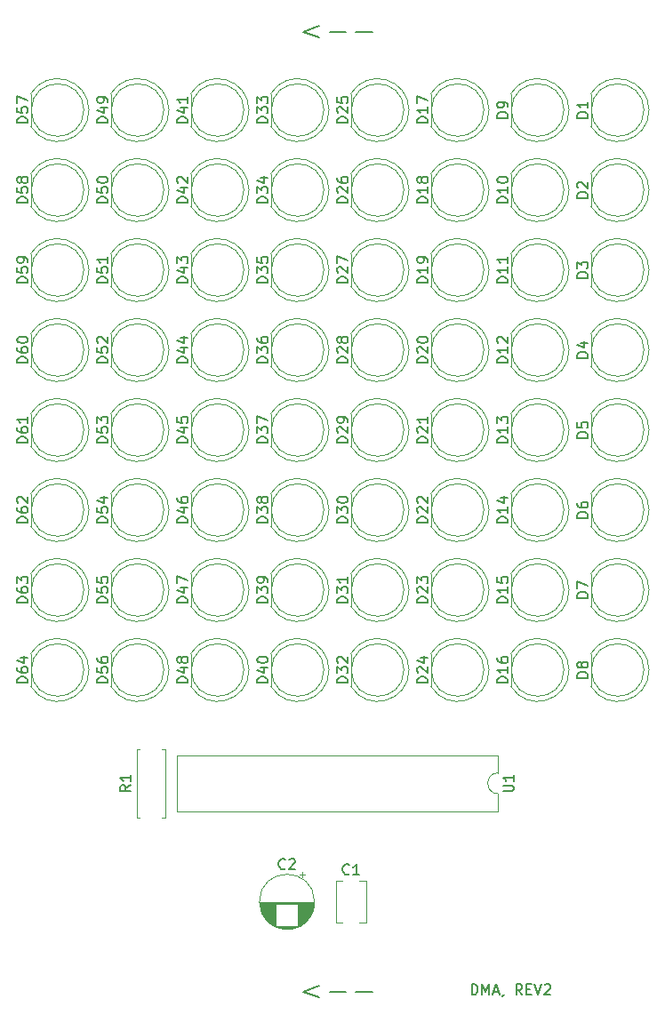
<source format=gto>
G04 #@! TF.GenerationSoftware,KiCad,Pcbnew,(5.1.0)-1*
G04 #@! TF.CreationDate,2023-04-17T19:30:15-07:00*
G04 #@! TF.ProjectId,LED_Matrix_7219,4c45445f-4d61-4747-9269-785f37323139,rev?*
G04 #@! TF.SameCoordinates,PXffd93e20PY525bfc0*
G04 #@! TF.FileFunction,Legend,Top*
G04 #@! TF.FilePolarity,Positive*
%FSLAX45Y45*%
G04 Gerber Fmt 4.5, Leading zero omitted, Abs format (unit mm)*
G04 Created by KiCad (PCBNEW (5.1.0)-1) date 2023-04-17 19:30:15*
%MOMM*%
%LPD*%
G04 APERTURE LIST*
%ADD10C,0.150000*%
%ADD11C,0.203200*%
%ADD12C,0.120000*%
%ADD13C,1.902000*%
%ADD14R,1.902000X1.902000*%
%ADD15C,2.802000*%
%ADD16R,3.102000X3.102000*%
%ADD17C,3.102000*%
%ADD18R,1.802000X1.802000*%
%ADD19O,1.802000X1.802000*%
%ADD20C,1.702000*%
%ADD21O,1.702000X1.702000*%
%ADD22R,1.702000X1.702000*%
G04 APERTURE END LIST*
D10*
X4325190Y208762D02*
X4325190Y308762D01*
X4349000Y308762D01*
X4363286Y304000D01*
X4372810Y294476D01*
X4377571Y284952D01*
X4382333Y265905D01*
X4382333Y251619D01*
X4377571Y232571D01*
X4372810Y223048D01*
X4363286Y213524D01*
X4349000Y208762D01*
X4325190Y208762D01*
X4425190Y208762D02*
X4425190Y308762D01*
X4458524Y237333D01*
X4491857Y308762D01*
X4491857Y208762D01*
X4534714Y237333D02*
X4582333Y237333D01*
X4525190Y208762D02*
X4558524Y308762D01*
X4591857Y208762D01*
X4629952Y213524D02*
X4629952Y208762D01*
X4625190Y199238D01*
X4620429Y194476D01*
X4806143Y208762D02*
X4772810Y256381D01*
X4749000Y208762D02*
X4749000Y308762D01*
X4787095Y308762D01*
X4796619Y304000D01*
X4801381Y299238D01*
X4806143Y289714D01*
X4806143Y275429D01*
X4801381Y265905D01*
X4796619Y261143D01*
X4787095Y256381D01*
X4749000Y256381D01*
X4849000Y261143D02*
X4882333Y261143D01*
X4896619Y208762D02*
X4849000Y208762D01*
X4849000Y308762D01*
X4896619Y308762D01*
X4925190Y308762D02*
X4958524Y208762D01*
X4991857Y308762D01*
X5020429Y299238D02*
X5025190Y304000D01*
X5034714Y308762D01*
X5058524Y308762D01*
X5068048Y304000D01*
X5072810Y299238D01*
X5077571Y289714D01*
X5077571Y280191D01*
X5072810Y265905D01*
X5015667Y208762D01*
X5077571Y208762D01*
D11*
X2873828Y9441543D02*
X2719010Y9383486D01*
X2873828Y9325429D01*
X2970590Y9383486D02*
X3125409Y9383486D01*
X3222171Y9383486D02*
X3376990Y9383486D01*
X2873828Y297543D02*
X2719010Y239486D01*
X2873828Y181429D01*
X2970590Y239486D02*
X3125409Y239486D01*
X3222171Y239486D02*
X3376990Y239486D01*
D12*
X5459000Y8790500D02*
X5459000Y8481500D01*
X5965000Y8636000D02*
G75*
G03X5965000Y8636000I-250000J0D01*
G01*
X6014000Y8636046D02*
G75*
G02X5459000Y8481517I-299000J-46D01*
G01*
X6014000Y8635954D02*
G75*
G03X5459000Y8790483I-299000J46D01*
G01*
X5459000Y8028500D02*
X5459000Y7719500D01*
X5965000Y7874000D02*
G75*
G03X5965000Y7874000I-250000J0D01*
G01*
X6014000Y7874046D02*
G75*
G02X5459000Y7719517I-299000J-46D01*
G01*
X6014000Y7873954D02*
G75*
G03X5459000Y8028483I-299000J46D01*
G01*
X5459000Y7266500D02*
X5459000Y6957500D01*
X5965000Y7112000D02*
G75*
G03X5965000Y7112000I-250000J0D01*
G01*
X6014000Y7112046D02*
G75*
G02X5459000Y6957517I-299000J-46D01*
G01*
X6014000Y7111954D02*
G75*
G03X5459000Y7266483I-299000J46D01*
G01*
X6014000Y6349954D02*
G75*
G03X5459000Y6504483I-299000J46D01*
G01*
X6014000Y6350046D02*
G75*
G02X5459000Y6195517I-299000J-46D01*
G01*
X5965000Y6350000D02*
G75*
G03X5965000Y6350000I-250000J0D01*
G01*
X5459000Y6504500D02*
X5459000Y6195500D01*
X5459000Y5742500D02*
X5459000Y5433500D01*
X5965000Y5588000D02*
G75*
G03X5965000Y5588000I-250000J0D01*
G01*
X6014000Y5588046D02*
G75*
G02X5459000Y5433517I-299000J-46D01*
G01*
X6014000Y5587954D02*
G75*
G03X5459000Y5742483I-299000J46D01*
G01*
X6014000Y4825954D02*
G75*
G03X5459000Y4980483I-299000J46D01*
G01*
X6014000Y4826046D02*
G75*
G02X5459000Y4671517I-299000J-46D01*
G01*
X5965000Y4826000D02*
G75*
G03X5965000Y4826000I-250000J0D01*
G01*
X5459000Y4980500D02*
X5459000Y4671500D01*
X5459000Y4218500D02*
X5459000Y3909500D01*
X5965000Y4064000D02*
G75*
G03X5965000Y4064000I-250000J0D01*
G01*
X6014000Y4064046D02*
G75*
G02X5459000Y3909517I-299000J-46D01*
G01*
X6014000Y4063954D02*
G75*
G03X5459000Y4218483I-299000J46D01*
G01*
X5459000Y3456500D02*
X5459000Y3147500D01*
X5965000Y3302000D02*
G75*
G03X5965000Y3302000I-250000J0D01*
G01*
X6014000Y3302046D02*
G75*
G02X5459000Y3147517I-299000J-46D01*
G01*
X6014000Y3301954D02*
G75*
G03X5459000Y3456483I-299000J46D01*
G01*
X5252000Y8635954D02*
G75*
G03X4697000Y8790483I-299000J46D01*
G01*
X5252000Y8636046D02*
G75*
G02X4697000Y8481517I-299000J-46D01*
G01*
X5203000Y8636000D02*
G75*
G03X5203000Y8636000I-250000J0D01*
G01*
X4697000Y8790500D02*
X4697000Y8481500D01*
X5252000Y7873954D02*
G75*
G03X4697000Y8028483I-299000J46D01*
G01*
X5252000Y7874046D02*
G75*
G02X4697000Y7719517I-299000J-46D01*
G01*
X5203000Y7874000D02*
G75*
G03X5203000Y7874000I-250000J0D01*
G01*
X4697000Y8028500D02*
X4697000Y7719500D01*
X5252000Y7111954D02*
G75*
G03X4697000Y7266483I-299000J46D01*
G01*
X5252000Y7112046D02*
G75*
G02X4697000Y6957517I-299000J-46D01*
G01*
X5203000Y7112000D02*
G75*
G03X5203000Y7112000I-250000J0D01*
G01*
X4697000Y7266500D02*
X4697000Y6957500D01*
X4697000Y6504500D02*
X4697000Y6195500D01*
X5203000Y6350000D02*
G75*
G03X5203000Y6350000I-250000J0D01*
G01*
X5252000Y6350046D02*
G75*
G02X4697000Y6195517I-299000J-46D01*
G01*
X5252000Y6349954D02*
G75*
G03X4697000Y6504483I-299000J46D01*
G01*
X5252000Y5587954D02*
G75*
G03X4697000Y5742483I-299000J46D01*
G01*
X5252000Y5588046D02*
G75*
G02X4697000Y5433517I-299000J-46D01*
G01*
X5203000Y5588000D02*
G75*
G03X5203000Y5588000I-250000J0D01*
G01*
X4697000Y5742500D02*
X4697000Y5433500D01*
X4697000Y4980500D02*
X4697000Y4671500D01*
X5203000Y4826000D02*
G75*
G03X5203000Y4826000I-250000J0D01*
G01*
X5252000Y4826046D02*
G75*
G02X4697000Y4671517I-299000J-46D01*
G01*
X5252000Y4825954D02*
G75*
G03X4697000Y4980483I-299000J46D01*
G01*
X4697000Y4218500D02*
X4697000Y3909500D01*
X5203000Y4064000D02*
G75*
G03X5203000Y4064000I-250000J0D01*
G01*
X5252000Y4064046D02*
G75*
G02X4697000Y3909517I-299000J-46D01*
G01*
X5252000Y4063954D02*
G75*
G03X4697000Y4218483I-299000J46D01*
G01*
X4697000Y3456500D02*
X4697000Y3147500D01*
X5203000Y3302000D02*
G75*
G03X5203000Y3302000I-250000J0D01*
G01*
X5252000Y3302046D02*
G75*
G02X4697000Y3147517I-299000J-46D01*
G01*
X5252000Y3301954D02*
G75*
G03X4697000Y3456483I-299000J46D01*
G01*
X3935000Y8790500D02*
X3935000Y8481500D01*
X4441000Y8636000D02*
G75*
G03X4441000Y8636000I-250000J0D01*
G01*
X4490000Y8636046D02*
G75*
G02X3935000Y8481517I-299000J-46D01*
G01*
X4490000Y8635954D02*
G75*
G03X3935000Y8790483I-299000J46D01*
G01*
X3935000Y8028500D02*
X3935000Y7719500D01*
X4441000Y7874000D02*
G75*
G03X4441000Y7874000I-250000J0D01*
G01*
X4490000Y7874046D02*
G75*
G02X3935000Y7719517I-299000J-46D01*
G01*
X4490000Y7873954D02*
G75*
G03X3935000Y8028483I-299000J46D01*
G01*
X3935000Y7266500D02*
X3935000Y6957500D01*
X4441000Y7112000D02*
G75*
G03X4441000Y7112000I-250000J0D01*
G01*
X4490000Y7112046D02*
G75*
G02X3935000Y6957517I-299000J-46D01*
G01*
X4490000Y7111954D02*
G75*
G03X3935000Y7266483I-299000J46D01*
G01*
X4490000Y6349954D02*
G75*
G03X3935000Y6504483I-299000J46D01*
G01*
X4490000Y6350046D02*
G75*
G02X3935000Y6195517I-299000J-46D01*
G01*
X4441000Y6350000D02*
G75*
G03X4441000Y6350000I-250000J0D01*
G01*
X3935000Y6504500D02*
X3935000Y6195500D01*
X3935000Y5742500D02*
X3935000Y5433500D01*
X4441000Y5588000D02*
G75*
G03X4441000Y5588000I-250000J0D01*
G01*
X4490000Y5588046D02*
G75*
G02X3935000Y5433517I-299000J-46D01*
G01*
X4490000Y5587954D02*
G75*
G03X3935000Y5742483I-299000J46D01*
G01*
X4490000Y4825954D02*
G75*
G03X3935000Y4980483I-299000J46D01*
G01*
X4490000Y4826046D02*
G75*
G02X3935000Y4671517I-299000J-46D01*
G01*
X4441000Y4826000D02*
G75*
G03X4441000Y4826000I-250000J0D01*
G01*
X3935000Y4980500D02*
X3935000Y4671500D01*
X4490000Y4063954D02*
G75*
G03X3935000Y4218483I-299000J46D01*
G01*
X4490000Y4064046D02*
G75*
G02X3935000Y3909517I-299000J-46D01*
G01*
X4441000Y4064000D02*
G75*
G03X4441000Y4064000I-250000J0D01*
G01*
X3935000Y4218500D02*
X3935000Y3909500D01*
X4490000Y3301954D02*
G75*
G03X3935000Y3456483I-299000J46D01*
G01*
X4490000Y3302046D02*
G75*
G02X3935000Y3147517I-299000J-46D01*
G01*
X4441000Y3302000D02*
G75*
G03X4441000Y3302000I-250000J0D01*
G01*
X3935000Y3456500D02*
X3935000Y3147500D01*
X3728000Y8635954D02*
G75*
G03X3173000Y8790483I-299000J46D01*
G01*
X3728000Y8636046D02*
G75*
G02X3173000Y8481517I-299000J-46D01*
G01*
X3679000Y8636000D02*
G75*
G03X3679000Y8636000I-250000J0D01*
G01*
X3173000Y8790500D02*
X3173000Y8481500D01*
X3728000Y7873954D02*
G75*
G03X3173000Y8028483I-299000J46D01*
G01*
X3728000Y7874046D02*
G75*
G02X3173000Y7719517I-299000J-46D01*
G01*
X3679000Y7874000D02*
G75*
G03X3679000Y7874000I-250000J0D01*
G01*
X3173000Y8028500D02*
X3173000Y7719500D01*
X3728000Y7111954D02*
G75*
G03X3173000Y7266483I-299000J46D01*
G01*
X3728000Y7112046D02*
G75*
G02X3173000Y6957517I-299000J-46D01*
G01*
X3679000Y7112000D02*
G75*
G03X3679000Y7112000I-250000J0D01*
G01*
X3173000Y7266500D02*
X3173000Y6957500D01*
X3173000Y6504500D02*
X3173000Y6195500D01*
X3679000Y6350000D02*
G75*
G03X3679000Y6350000I-250000J0D01*
G01*
X3728000Y6350046D02*
G75*
G02X3173000Y6195517I-299000J-46D01*
G01*
X3728000Y6349954D02*
G75*
G03X3173000Y6504483I-299000J46D01*
G01*
X3728000Y5587954D02*
G75*
G03X3173000Y5742483I-299000J46D01*
G01*
X3728000Y5588046D02*
G75*
G02X3173000Y5433517I-299000J-46D01*
G01*
X3679000Y5588000D02*
G75*
G03X3679000Y5588000I-250000J0D01*
G01*
X3173000Y5742500D02*
X3173000Y5433500D01*
X3728000Y4825954D02*
G75*
G03X3173000Y4980483I-299000J46D01*
G01*
X3728000Y4826046D02*
G75*
G02X3173000Y4671517I-299000J-46D01*
G01*
X3679000Y4826000D02*
G75*
G03X3679000Y4826000I-250000J0D01*
G01*
X3173000Y4980500D02*
X3173000Y4671500D01*
X3173000Y4218500D02*
X3173000Y3909500D01*
X3679000Y4064000D02*
G75*
G03X3679000Y4064000I-250000J0D01*
G01*
X3728000Y4064046D02*
G75*
G02X3173000Y3909517I-299000J-46D01*
G01*
X3728000Y4063954D02*
G75*
G03X3173000Y4218483I-299000J46D01*
G01*
X3173000Y3456500D02*
X3173000Y3147500D01*
X3679000Y3302000D02*
G75*
G03X3679000Y3302000I-250000J0D01*
G01*
X3728000Y3302046D02*
G75*
G02X3173000Y3147517I-299000J-46D01*
G01*
X3728000Y3301954D02*
G75*
G03X3173000Y3456483I-299000J46D01*
G01*
X2411000Y8790500D02*
X2411000Y8481500D01*
X2917000Y8636000D02*
G75*
G03X2917000Y8636000I-250000J0D01*
G01*
X2966000Y8636046D02*
G75*
G02X2411000Y8481517I-299000J-46D01*
G01*
X2966000Y8635954D02*
G75*
G03X2411000Y8790483I-299000J46D01*
G01*
X2411000Y8028500D02*
X2411000Y7719500D01*
X2917000Y7874000D02*
G75*
G03X2917000Y7874000I-250000J0D01*
G01*
X2966000Y7874046D02*
G75*
G02X2411000Y7719517I-299000J-46D01*
G01*
X2966000Y7873954D02*
G75*
G03X2411000Y8028483I-299000J46D01*
G01*
X2411000Y7266500D02*
X2411000Y6957500D01*
X2917000Y7112000D02*
G75*
G03X2917000Y7112000I-250000J0D01*
G01*
X2966000Y7112046D02*
G75*
G02X2411000Y6957517I-299000J-46D01*
G01*
X2966000Y7111954D02*
G75*
G03X2411000Y7266483I-299000J46D01*
G01*
X2966000Y6349954D02*
G75*
G03X2411000Y6504483I-299000J46D01*
G01*
X2966000Y6350046D02*
G75*
G02X2411000Y6195517I-299000J-46D01*
G01*
X2917000Y6350000D02*
G75*
G03X2917000Y6350000I-250000J0D01*
G01*
X2411000Y6504500D02*
X2411000Y6195500D01*
X2411000Y5742500D02*
X2411000Y5433500D01*
X2917000Y5588000D02*
G75*
G03X2917000Y5588000I-250000J0D01*
G01*
X2966000Y5588046D02*
G75*
G02X2411000Y5433517I-299000J-46D01*
G01*
X2966000Y5587954D02*
G75*
G03X2411000Y5742483I-299000J46D01*
G01*
X2411000Y4980500D02*
X2411000Y4671500D01*
X2917000Y4826000D02*
G75*
G03X2917000Y4826000I-250000J0D01*
G01*
X2966000Y4826046D02*
G75*
G02X2411000Y4671517I-299000J-46D01*
G01*
X2966000Y4825954D02*
G75*
G03X2411000Y4980483I-299000J46D01*
G01*
X2966000Y4063954D02*
G75*
G03X2411000Y4218483I-299000J46D01*
G01*
X2966000Y4064046D02*
G75*
G02X2411000Y3909517I-299000J-46D01*
G01*
X2917000Y4064000D02*
G75*
G03X2917000Y4064000I-250000J0D01*
G01*
X2411000Y4218500D02*
X2411000Y3909500D01*
X2966000Y3301954D02*
G75*
G03X2411000Y3456483I-299000J46D01*
G01*
X2966000Y3302046D02*
G75*
G02X2411000Y3147517I-299000J-46D01*
G01*
X2917000Y3302000D02*
G75*
G03X2917000Y3302000I-250000J0D01*
G01*
X2411000Y3456500D02*
X2411000Y3147500D01*
X2204000Y8635954D02*
G75*
G03X1649000Y8790483I-299000J46D01*
G01*
X2204000Y8636046D02*
G75*
G02X1649000Y8481517I-299000J-46D01*
G01*
X2155000Y8636000D02*
G75*
G03X2155000Y8636000I-250000J0D01*
G01*
X1649000Y8790500D02*
X1649000Y8481500D01*
X2204000Y7873954D02*
G75*
G03X1649000Y8028483I-299000J46D01*
G01*
X2204000Y7874046D02*
G75*
G02X1649000Y7719517I-299000J-46D01*
G01*
X2155000Y7874000D02*
G75*
G03X2155000Y7874000I-250000J0D01*
G01*
X1649000Y8028500D02*
X1649000Y7719500D01*
X2204000Y7111954D02*
G75*
G03X1649000Y7266483I-299000J46D01*
G01*
X2204000Y7112046D02*
G75*
G02X1649000Y6957517I-299000J-46D01*
G01*
X2155000Y7112000D02*
G75*
G03X2155000Y7112000I-250000J0D01*
G01*
X1649000Y7266500D02*
X1649000Y6957500D01*
X2204000Y6349954D02*
G75*
G03X1649000Y6504483I-299000J46D01*
G01*
X2204000Y6350046D02*
G75*
G02X1649000Y6195517I-299000J-46D01*
G01*
X2155000Y6350000D02*
G75*
G03X2155000Y6350000I-250000J0D01*
G01*
X1649000Y6504500D02*
X1649000Y6195500D01*
X2204000Y5587954D02*
G75*
G03X1649000Y5742483I-299000J46D01*
G01*
X2204000Y5588046D02*
G75*
G02X1649000Y5433517I-299000J-46D01*
G01*
X2155000Y5588000D02*
G75*
G03X2155000Y5588000I-250000J0D01*
G01*
X1649000Y5742500D02*
X1649000Y5433500D01*
X2204000Y4825954D02*
G75*
G03X1649000Y4980483I-299000J46D01*
G01*
X2204000Y4826046D02*
G75*
G02X1649000Y4671517I-299000J-46D01*
G01*
X2155000Y4826000D02*
G75*
G03X2155000Y4826000I-250000J0D01*
G01*
X1649000Y4980500D02*
X1649000Y4671500D01*
X1649000Y4218500D02*
X1649000Y3909500D01*
X2155000Y4064000D02*
G75*
G03X2155000Y4064000I-250000J0D01*
G01*
X2204000Y4064046D02*
G75*
G02X1649000Y3909517I-299000J-46D01*
G01*
X2204000Y4063954D02*
G75*
G03X1649000Y4218483I-299000J46D01*
G01*
X1649000Y3456500D02*
X1649000Y3147500D01*
X2155000Y3302000D02*
G75*
G03X2155000Y3302000I-250000J0D01*
G01*
X2204000Y3302046D02*
G75*
G02X1649000Y3147517I-299000J-46D01*
G01*
X2204000Y3301954D02*
G75*
G03X1649000Y3456483I-299000J46D01*
G01*
X887000Y8790500D02*
X887000Y8481500D01*
X1393000Y8636000D02*
G75*
G03X1393000Y8636000I-250000J0D01*
G01*
X1442000Y8636046D02*
G75*
G02X887000Y8481517I-299000J-46D01*
G01*
X1442000Y8635954D02*
G75*
G03X887000Y8790483I-299000J46D01*
G01*
X887000Y8028500D02*
X887000Y7719500D01*
X1393000Y7874000D02*
G75*
G03X1393000Y7874000I-250000J0D01*
G01*
X1442000Y7874046D02*
G75*
G02X887000Y7719517I-299000J-46D01*
G01*
X1442000Y7873954D02*
G75*
G03X887000Y8028483I-299000J46D01*
G01*
X887000Y7266500D02*
X887000Y6957500D01*
X1393000Y7112000D02*
G75*
G03X1393000Y7112000I-250000J0D01*
G01*
X1442000Y7112046D02*
G75*
G02X887000Y6957517I-299000J-46D01*
G01*
X1442000Y7111954D02*
G75*
G03X887000Y7266483I-299000J46D01*
G01*
X887000Y6504500D02*
X887000Y6195500D01*
X1393000Y6350000D02*
G75*
G03X1393000Y6350000I-250000J0D01*
G01*
X1442000Y6350046D02*
G75*
G02X887000Y6195517I-299000J-46D01*
G01*
X1442000Y6349954D02*
G75*
G03X887000Y6504483I-299000J46D01*
G01*
X887000Y5742500D02*
X887000Y5433500D01*
X1393000Y5588000D02*
G75*
G03X1393000Y5588000I-250000J0D01*
G01*
X1442000Y5588046D02*
G75*
G02X887000Y5433517I-299000J-46D01*
G01*
X1442000Y5587954D02*
G75*
G03X887000Y5742483I-299000J46D01*
G01*
X887000Y4980500D02*
X887000Y4671500D01*
X1393000Y4826000D02*
G75*
G03X1393000Y4826000I-250000J0D01*
G01*
X1442000Y4826046D02*
G75*
G02X887000Y4671517I-299000J-46D01*
G01*
X1442000Y4825954D02*
G75*
G03X887000Y4980483I-299000J46D01*
G01*
X1442000Y4063954D02*
G75*
G03X887000Y4218483I-299000J46D01*
G01*
X1442000Y4064046D02*
G75*
G02X887000Y3909517I-299000J-46D01*
G01*
X1393000Y4064000D02*
G75*
G03X1393000Y4064000I-250000J0D01*
G01*
X887000Y4218500D02*
X887000Y3909500D01*
X1442000Y3301954D02*
G75*
G03X887000Y3456483I-299000J46D01*
G01*
X1442000Y3302046D02*
G75*
G02X887000Y3147517I-299000J-46D01*
G01*
X1393000Y3302000D02*
G75*
G03X1393000Y3302000I-250000J0D01*
G01*
X887000Y3456500D02*
X887000Y3147500D01*
X680000Y8635954D02*
G75*
G03X125000Y8790483I-299000J46D01*
G01*
X680000Y8636046D02*
G75*
G02X125000Y8481517I-299000J-46D01*
G01*
X631000Y8636000D02*
G75*
G03X631000Y8636000I-250000J0D01*
G01*
X125000Y8790500D02*
X125000Y8481500D01*
X680000Y7873954D02*
G75*
G03X125000Y8028483I-299000J46D01*
G01*
X680000Y7874046D02*
G75*
G02X125000Y7719517I-299000J-46D01*
G01*
X631000Y7874000D02*
G75*
G03X631000Y7874000I-250000J0D01*
G01*
X125000Y8028500D02*
X125000Y7719500D01*
X680000Y7111954D02*
G75*
G03X125000Y7266483I-299000J46D01*
G01*
X680000Y7112046D02*
G75*
G02X125000Y6957517I-299000J-46D01*
G01*
X631000Y7112000D02*
G75*
G03X631000Y7112000I-250000J0D01*
G01*
X125000Y7266500D02*
X125000Y6957500D01*
X680000Y6349954D02*
G75*
G03X125000Y6504483I-299000J46D01*
G01*
X680000Y6350046D02*
G75*
G02X125000Y6195517I-299000J-46D01*
G01*
X631000Y6350000D02*
G75*
G03X631000Y6350000I-250000J0D01*
G01*
X125000Y6504500D02*
X125000Y6195500D01*
X680000Y5587954D02*
G75*
G03X125000Y5742483I-299000J46D01*
G01*
X680000Y5588046D02*
G75*
G02X125000Y5433517I-299000J-46D01*
G01*
X631000Y5588000D02*
G75*
G03X631000Y5588000I-250000J0D01*
G01*
X125000Y5742500D02*
X125000Y5433500D01*
X680000Y4825954D02*
G75*
G03X125000Y4980483I-299000J46D01*
G01*
X680000Y4826046D02*
G75*
G02X125000Y4671517I-299000J-46D01*
G01*
X631000Y4826000D02*
G75*
G03X631000Y4826000I-250000J0D01*
G01*
X125000Y4980500D02*
X125000Y4671500D01*
X125000Y4218500D02*
X125000Y3909500D01*
X631000Y4064000D02*
G75*
G03X631000Y4064000I-250000J0D01*
G01*
X680000Y4064046D02*
G75*
G02X125000Y3909517I-299000J-46D01*
G01*
X680000Y4063954D02*
G75*
G03X125000Y4218483I-299000J46D01*
G01*
X125000Y3456500D02*
X125000Y3147500D01*
X631000Y3302000D02*
G75*
G03X631000Y3302000I-250000J0D01*
G01*
X680000Y3302046D02*
G75*
G02X125000Y3147517I-299000J-46D01*
G01*
X680000Y3301954D02*
G75*
G03X125000Y3456483I-299000J46D01*
G01*
X1166000Y1895500D02*
X1133000Y1895500D01*
X1133000Y1895500D02*
X1133000Y2549500D01*
X1133000Y2549500D02*
X1166000Y2549500D01*
X1374000Y1895500D02*
X1407000Y1895500D01*
X1407000Y1895500D02*
X1407000Y2549500D01*
X1407000Y2549500D02*
X1374000Y2549500D01*
X4578000Y2122500D02*
G75*
G02X4578000Y2322500I0J100000D01*
G01*
X4578000Y2322500D02*
X4578000Y2487500D01*
X4578000Y2487500D02*
X1518000Y2487500D01*
X1518000Y2487500D02*
X1518000Y1957500D01*
X1518000Y1957500D02*
X4578000Y1957500D01*
X4578000Y1957500D02*
X4578000Y2122500D01*
X2827400Y1094200D02*
G75*
G03X2827400Y1094200I-262000J0D01*
G01*
X2823400Y1094200D02*
X2307400Y1094200D01*
X2823400Y1090200D02*
X2307400Y1090200D01*
X2823300Y1086200D02*
X2307500Y1086200D01*
X2823200Y1082200D02*
X2307600Y1082200D01*
X2823000Y1078200D02*
X2307800Y1078200D01*
X2822700Y1074200D02*
X2308100Y1074200D01*
X2822300Y1070200D02*
X2669400Y1070200D01*
X2461400Y1070200D02*
X2308500Y1070200D01*
X2821900Y1066200D02*
X2669400Y1066200D01*
X2461400Y1066200D02*
X2308900Y1066200D01*
X2821500Y1062200D02*
X2669400Y1062200D01*
X2461400Y1062200D02*
X2309300Y1062200D01*
X2821000Y1058200D02*
X2669400Y1058200D01*
X2461400Y1058200D02*
X2309800Y1058200D01*
X2820400Y1054200D02*
X2669400Y1054200D01*
X2461400Y1054200D02*
X2310400Y1054200D01*
X2819700Y1050200D02*
X2669400Y1050200D01*
X2461400Y1050200D02*
X2311100Y1050200D01*
X2819000Y1046200D02*
X2669400Y1046200D01*
X2461400Y1046200D02*
X2311800Y1046200D01*
X2818200Y1042200D02*
X2669400Y1042200D01*
X2461400Y1042200D02*
X2312600Y1042200D01*
X2817400Y1038200D02*
X2669400Y1038200D01*
X2461400Y1038200D02*
X2313400Y1038200D01*
X2816500Y1034200D02*
X2669400Y1034200D01*
X2461400Y1034200D02*
X2314300Y1034200D01*
X2815500Y1030200D02*
X2669400Y1030200D01*
X2461400Y1030200D02*
X2315300Y1030200D01*
X2814500Y1026200D02*
X2669400Y1026200D01*
X2461400Y1026200D02*
X2316300Y1026200D01*
X2813400Y1022100D02*
X2669400Y1022100D01*
X2461400Y1022100D02*
X2317400Y1022100D01*
X2812200Y1018100D02*
X2669400Y1018100D01*
X2461400Y1018100D02*
X2318600Y1018100D01*
X2810900Y1014100D02*
X2669400Y1014100D01*
X2461400Y1014100D02*
X2319900Y1014100D01*
X2809600Y1010100D02*
X2669400Y1010100D01*
X2461400Y1010100D02*
X2321200Y1010100D01*
X2808200Y1006100D02*
X2669400Y1006100D01*
X2461400Y1006100D02*
X2322600Y1006100D01*
X2806800Y1002100D02*
X2669400Y1002100D01*
X2461400Y1002100D02*
X2324000Y1002100D01*
X2805200Y998100D02*
X2669400Y998100D01*
X2461400Y998100D02*
X2325600Y998100D01*
X2803600Y994100D02*
X2669400Y994100D01*
X2461400Y994100D02*
X2327200Y994100D01*
X2801900Y990100D02*
X2669400Y990100D01*
X2461400Y990100D02*
X2328900Y990100D01*
X2800200Y986100D02*
X2669400Y986100D01*
X2461400Y986100D02*
X2330600Y986100D01*
X2798300Y982100D02*
X2669400Y982100D01*
X2461400Y982100D02*
X2332500Y982100D01*
X2796400Y978100D02*
X2669400Y978100D01*
X2461400Y978100D02*
X2334400Y978100D01*
X2794400Y974100D02*
X2669400Y974100D01*
X2461400Y974100D02*
X2336400Y974100D01*
X2792200Y970100D02*
X2669400Y970100D01*
X2461400Y970100D02*
X2338600Y970100D01*
X2790100Y966100D02*
X2669400Y966100D01*
X2461400Y966100D02*
X2340700Y966100D01*
X2787800Y962100D02*
X2669400Y962100D01*
X2461400Y962100D02*
X2343000Y962100D01*
X2785400Y958100D02*
X2669400Y958100D01*
X2461400Y958100D02*
X2345400Y958100D01*
X2782900Y954100D02*
X2669400Y954100D01*
X2461400Y954100D02*
X2347900Y954100D01*
X2780300Y950100D02*
X2669400Y950100D01*
X2461400Y950100D02*
X2350500Y950100D01*
X2777600Y946100D02*
X2669400Y946100D01*
X2461400Y946100D02*
X2353200Y946100D01*
X2774900Y942100D02*
X2669400Y942100D01*
X2461400Y942100D02*
X2355900Y942100D01*
X2771900Y938100D02*
X2669400Y938100D01*
X2461400Y938100D02*
X2358900Y938100D01*
X2768900Y934100D02*
X2669400Y934100D01*
X2461400Y934100D02*
X2361900Y934100D01*
X2765800Y930100D02*
X2669400Y930100D01*
X2461400Y930100D02*
X2365000Y930100D01*
X2762500Y926100D02*
X2669400Y926100D01*
X2461400Y926100D02*
X2368300Y926100D01*
X2759100Y922100D02*
X2669400Y922100D01*
X2461400Y922100D02*
X2371700Y922100D01*
X2755500Y918100D02*
X2669400Y918100D01*
X2461400Y918100D02*
X2375300Y918100D01*
X2751800Y914100D02*
X2669400Y914100D01*
X2461400Y914100D02*
X2379000Y914100D01*
X2748000Y910100D02*
X2669400Y910100D01*
X2461400Y910100D02*
X2382800Y910100D01*
X2743900Y906100D02*
X2669400Y906100D01*
X2461400Y906100D02*
X2386900Y906100D01*
X2739700Y902100D02*
X2669400Y902100D01*
X2461400Y902100D02*
X2391100Y902100D01*
X2735300Y898100D02*
X2669400Y898100D01*
X2461400Y898100D02*
X2395500Y898100D01*
X2730700Y894100D02*
X2669400Y894100D01*
X2461400Y894100D02*
X2400100Y894100D01*
X2725900Y890100D02*
X2669400Y890100D01*
X2461400Y890100D02*
X2404900Y890100D01*
X2720800Y886100D02*
X2669400Y886100D01*
X2461400Y886100D02*
X2410000Y886100D01*
X2715400Y882100D02*
X2669400Y882100D01*
X2461400Y882100D02*
X2415400Y882100D01*
X2709700Y878100D02*
X2669400Y878100D01*
X2461400Y878100D02*
X2421100Y878100D01*
X2703700Y874100D02*
X2669400Y874100D01*
X2461400Y874100D02*
X2427100Y874100D01*
X2697300Y870100D02*
X2669400Y870100D01*
X2461400Y870100D02*
X2433500Y870100D01*
X2690500Y866100D02*
X2669400Y866100D01*
X2461400Y866100D02*
X2440300Y866100D01*
X2683200Y862100D02*
X2447600Y862100D01*
X2675200Y858100D02*
X2455600Y858100D01*
X2666500Y854100D02*
X2464300Y854100D01*
X2656900Y850100D02*
X2473900Y850100D01*
X2645900Y846100D02*
X2484900Y846100D01*
X2633100Y842100D02*
X2497700Y842100D01*
X2617200Y838100D02*
X2513600Y838100D01*
X2593800Y834100D02*
X2537000Y834100D01*
X2712900Y1374678D02*
X2712900Y1324678D01*
X2737900Y1349678D02*
X2687900Y1349678D01*
X3317000Y1296200D02*
X3317000Y892200D01*
X3033000Y1296200D02*
X3033000Y892200D01*
X3317000Y1296200D02*
X3254500Y1296200D01*
X3095500Y1296200D02*
X3033000Y1296200D01*
X3317000Y892200D02*
X3254500Y892200D01*
X3095500Y892200D02*
X3033000Y892200D01*
D10*
X5430038Y8562191D02*
X5330038Y8562191D01*
X5330038Y8586000D01*
X5334800Y8600286D01*
X5344324Y8609810D01*
X5353848Y8614572D01*
X5372895Y8619333D01*
X5387181Y8619333D01*
X5406229Y8614572D01*
X5415752Y8609810D01*
X5425276Y8600286D01*
X5430038Y8586000D01*
X5430038Y8562191D01*
X5430038Y8714571D02*
X5430038Y8657429D01*
X5430038Y8686000D02*
X5330038Y8686000D01*
X5344324Y8676476D01*
X5353848Y8666952D01*
X5358610Y8657429D01*
X5430038Y7800190D02*
X5330038Y7800190D01*
X5330038Y7824000D01*
X5334800Y7838286D01*
X5344324Y7847810D01*
X5353848Y7852571D01*
X5372895Y7857333D01*
X5387181Y7857333D01*
X5406229Y7852571D01*
X5415752Y7847810D01*
X5425276Y7838286D01*
X5430038Y7824000D01*
X5430038Y7800190D01*
X5339562Y7895429D02*
X5334800Y7900190D01*
X5330038Y7909714D01*
X5330038Y7933524D01*
X5334800Y7943048D01*
X5339562Y7947810D01*
X5349086Y7952571D01*
X5358610Y7952571D01*
X5372895Y7947810D01*
X5430038Y7890667D01*
X5430038Y7952571D01*
X5430038Y7038190D02*
X5330038Y7038190D01*
X5330038Y7062000D01*
X5334800Y7076286D01*
X5344324Y7085810D01*
X5353848Y7090571D01*
X5372895Y7095333D01*
X5387181Y7095333D01*
X5406229Y7090571D01*
X5415752Y7085810D01*
X5425276Y7076286D01*
X5430038Y7062000D01*
X5430038Y7038190D01*
X5330038Y7128667D02*
X5330038Y7190571D01*
X5368133Y7157238D01*
X5368133Y7171524D01*
X5372895Y7181048D01*
X5377657Y7185810D01*
X5387181Y7190571D01*
X5410990Y7190571D01*
X5420514Y7185810D01*
X5425276Y7181048D01*
X5430038Y7171524D01*
X5430038Y7142952D01*
X5425276Y7133429D01*
X5420514Y7128667D01*
X5430038Y6276190D02*
X5330038Y6276190D01*
X5330038Y6300000D01*
X5334800Y6314286D01*
X5344324Y6323810D01*
X5353848Y6328571D01*
X5372895Y6333333D01*
X5387181Y6333333D01*
X5406229Y6328571D01*
X5415752Y6323810D01*
X5425276Y6314286D01*
X5430038Y6300000D01*
X5430038Y6276190D01*
X5363371Y6419048D02*
X5430038Y6419048D01*
X5325276Y6395238D02*
X5396705Y6371429D01*
X5396705Y6433333D01*
X5430038Y5514191D02*
X5330038Y5514191D01*
X5330038Y5538000D01*
X5334800Y5552286D01*
X5344324Y5561810D01*
X5353848Y5566572D01*
X5372895Y5571333D01*
X5387181Y5571333D01*
X5406229Y5566572D01*
X5415752Y5561810D01*
X5425276Y5552286D01*
X5430038Y5538000D01*
X5430038Y5514191D01*
X5330038Y5661810D02*
X5330038Y5614190D01*
X5377657Y5609429D01*
X5372895Y5614190D01*
X5368133Y5623714D01*
X5368133Y5647524D01*
X5372895Y5657048D01*
X5377657Y5661810D01*
X5387181Y5666571D01*
X5410990Y5666571D01*
X5420514Y5661810D01*
X5425276Y5657048D01*
X5430038Y5647524D01*
X5430038Y5623714D01*
X5425276Y5614190D01*
X5420514Y5609429D01*
X5430038Y4752191D02*
X5330038Y4752191D01*
X5330038Y4776000D01*
X5334800Y4790286D01*
X5344324Y4799810D01*
X5353848Y4804572D01*
X5372895Y4809333D01*
X5387181Y4809333D01*
X5406229Y4804572D01*
X5415752Y4799810D01*
X5425276Y4790286D01*
X5430038Y4776000D01*
X5430038Y4752191D01*
X5330038Y4895048D02*
X5330038Y4876000D01*
X5334800Y4866476D01*
X5339562Y4861714D01*
X5353848Y4852191D01*
X5372895Y4847429D01*
X5410990Y4847429D01*
X5420514Y4852191D01*
X5425276Y4856952D01*
X5430038Y4866476D01*
X5430038Y4885524D01*
X5425276Y4895048D01*
X5420514Y4899810D01*
X5410990Y4904572D01*
X5387181Y4904572D01*
X5377657Y4899810D01*
X5372895Y4895048D01*
X5368133Y4885524D01*
X5368133Y4866476D01*
X5372895Y4856952D01*
X5377657Y4852191D01*
X5387181Y4847429D01*
X5430038Y3990190D02*
X5330038Y3990190D01*
X5330038Y4014000D01*
X5334800Y4028286D01*
X5344324Y4037810D01*
X5353848Y4042571D01*
X5372895Y4047333D01*
X5387181Y4047333D01*
X5406229Y4042571D01*
X5415752Y4037810D01*
X5425276Y4028286D01*
X5430038Y4014000D01*
X5430038Y3990190D01*
X5330038Y4080667D02*
X5330038Y4147333D01*
X5430038Y4104476D01*
X5430038Y3228190D02*
X5330038Y3228190D01*
X5330038Y3252000D01*
X5334800Y3266286D01*
X5344324Y3275810D01*
X5353848Y3280571D01*
X5372895Y3285333D01*
X5387181Y3285333D01*
X5406229Y3280571D01*
X5415752Y3275810D01*
X5425276Y3266286D01*
X5430038Y3252000D01*
X5430038Y3228190D01*
X5372895Y3342476D02*
X5368133Y3332952D01*
X5363371Y3328190D01*
X5353848Y3323429D01*
X5349086Y3323429D01*
X5339562Y3328190D01*
X5334800Y3332952D01*
X5330038Y3342476D01*
X5330038Y3361524D01*
X5334800Y3371048D01*
X5339562Y3375810D01*
X5349086Y3380571D01*
X5353848Y3380571D01*
X5363371Y3375810D01*
X5368133Y3371048D01*
X5372895Y3361524D01*
X5372895Y3342476D01*
X5377657Y3332952D01*
X5382419Y3328190D01*
X5391943Y3323429D01*
X5410990Y3323429D01*
X5420514Y3328190D01*
X5425276Y3332952D01*
X5430038Y3342476D01*
X5430038Y3361524D01*
X5425276Y3371048D01*
X5420514Y3375810D01*
X5410990Y3380571D01*
X5391943Y3380571D01*
X5382419Y3375810D01*
X5377657Y3371048D01*
X5372895Y3361524D01*
X4668038Y8562191D02*
X4568038Y8562191D01*
X4568038Y8586000D01*
X4572800Y8600286D01*
X4582324Y8609810D01*
X4591848Y8614572D01*
X4610895Y8619333D01*
X4625181Y8619333D01*
X4644229Y8614572D01*
X4653752Y8609810D01*
X4663276Y8600286D01*
X4668038Y8586000D01*
X4668038Y8562191D01*
X4668038Y8666952D02*
X4668038Y8686000D01*
X4663276Y8695524D01*
X4658514Y8700286D01*
X4644229Y8709810D01*
X4625181Y8714571D01*
X4587086Y8714571D01*
X4577562Y8709810D01*
X4572800Y8705048D01*
X4568038Y8695524D01*
X4568038Y8676476D01*
X4572800Y8666952D01*
X4577562Y8662190D01*
X4587086Y8657429D01*
X4610895Y8657429D01*
X4620419Y8662190D01*
X4625181Y8666952D01*
X4629943Y8676476D01*
X4629943Y8695524D01*
X4625181Y8705048D01*
X4620419Y8709810D01*
X4610895Y8714571D01*
X4668038Y7752571D02*
X4568038Y7752571D01*
X4568038Y7776381D01*
X4572800Y7790667D01*
X4582324Y7800190D01*
X4591848Y7804952D01*
X4610895Y7809714D01*
X4625181Y7809714D01*
X4644229Y7804952D01*
X4653752Y7800190D01*
X4663276Y7790667D01*
X4668038Y7776381D01*
X4668038Y7752571D01*
X4668038Y7904952D02*
X4668038Y7847810D01*
X4668038Y7876381D02*
X4568038Y7876381D01*
X4582324Y7866857D01*
X4591848Y7857333D01*
X4596610Y7847810D01*
X4568038Y7966857D02*
X4568038Y7976381D01*
X4572800Y7985905D01*
X4577562Y7990667D01*
X4587086Y7995429D01*
X4606133Y8000190D01*
X4629943Y8000190D01*
X4648990Y7995429D01*
X4658514Y7990667D01*
X4663276Y7985905D01*
X4668038Y7976381D01*
X4668038Y7966857D01*
X4663276Y7957333D01*
X4658514Y7952571D01*
X4648990Y7947810D01*
X4629943Y7943048D01*
X4606133Y7943048D01*
X4587086Y7947810D01*
X4577562Y7952571D01*
X4572800Y7957333D01*
X4568038Y7966857D01*
X4668038Y6990571D02*
X4568038Y6990571D01*
X4568038Y7014381D01*
X4572800Y7028667D01*
X4582324Y7038190D01*
X4591848Y7042952D01*
X4610895Y7047714D01*
X4625181Y7047714D01*
X4644229Y7042952D01*
X4653752Y7038190D01*
X4663276Y7028667D01*
X4668038Y7014381D01*
X4668038Y6990571D01*
X4668038Y7142952D02*
X4668038Y7085810D01*
X4668038Y7114381D02*
X4568038Y7114381D01*
X4582324Y7104857D01*
X4591848Y7095333D01*
X4596610Y7085810D01*
X4668038Y7238190D02*
X4668038Y7181048D01*
X4668038Y7209619D02*
X4568038Y7209619D01*
X4582324Y7200095D01*
X4591848Y7190571D01*
X4596610Y7181048D01*
X4668038Y6228571D02*
X4568038Y6228571D01*
X4568038Y6252381D01*
X4572800Y6266667D01*
X4582324Y6276190D01*
X4591848Y6280952D01*
X4610895Y6285714D01*
X4625181Y6285714D01*
X4644229Y6280952D01*
X4653752Y6276190D01*
X4663276Y6266667D01*
X4668038Y6252381D01*
X4668038Y6228571D01*
X4668038Y6380952D02*
X4668038Y6323810D01*
X4668038Y6352381D02*
X4568038Y6352381D01*
X4582324Y6342857D01*
X4591848Y6333333D01*
X4596610Y6323810D01*
X4577562Y6419048D02*
X4572800Y6423810D01*
X4568038Y6433333D01*
X4568038Y6457143D01*
X4572800Y6466667D01*
X4577562Y6471429D01*
X4587086Y6476190D01*
X4596610Y6476190D01*
X4610895Y6471429D01*
X4668038Y6414286D01*
X4668038Y6476190D01*
X4668038Y5466572D02*
X4568038Y5466572D01*
X4568038Y5490381D01*
X4572800Y5504667D01*
X4582324Y5514191D01*
X4591848Y5518952D01*
X4610895Y5523714D01*
X4625181Y5523714D01*
X4644229Y5518952D01*
X4653752Y5514191D01*
X4663276Y5504667D01*
X4668038Y5490381D01*
X4668038Y5466572D01*
X4668038Y5618952D02*
X4668038Y5561810D01*
X4668038Y5590381D02*
X4568038Y5590381D01*
X4582324Y5580857D01*
X4591848Y5571333D01*
X4596610Y5561810D01*
X4568038Y5652286D02*
X4568038Y5714190D01*
X4606133Y5680857D01*
X4606133Y5695143D01*
X4610895Y5704667D01*
X4615657Y5709429D01*
X4625181Y5714190D01*
X4648990Y5714190D01*
X4658514Y5709429D01*
X4663276Y5704667D01*
X4668038Y5695143D01*
X4668038Y5666571D01*
X4663276Y5657048D01*
X4658514Y5652286D01*
X4668038Y4704572D02*
X4568038Y4704572D01*
X4568038Y4728381D01*
X4572800Y4742667D01*
X4582324Y4752191D01*
X4591848Y4756952D01*
X4610895Y4761714D01*
X4625181Y4761714D01*
X4644229Y4756952D01*
X4653752Y4752191D01*
X4663276Y4742667D01*
X4668038Y4728381D01*
X4668038Y4704572D01*
X4668038Y4856952D02*
X4668038Y4799810D01*
X4668038Y4828381D02*
X4568038Y4828381D01*
X4582324Y4818857D01*
X4591848Y4809333D01*
X4596610Y4799810D01*
X4601371Y4942667D02*
X4668038Y4942667D01*
X4563276Y4918857D02*
X4634705Y4895048D01*
X4634705Y4956952D01*
X4668038Y3942571D02*
X4568038Y3942571D01*
X4568038Y3966381D01*
X4572800Y3980667D01*
X4582324Y3990190D01*
X4591848Y3994952D01*
X4610895Y3999714D01*
X4625181Y3999714D01*
X4644229Y3994952D01*
X4653752Y3990190D01*
X4663276Y3980667D01*
X4668038Y3966381D01*
X4668038Y3942571D01*
X4668038Y4094952D02*
X4668038Y4037810D01*
X4668038Y4066381D02*
X4568038Y4066381D01*
X4582324Y4056857D01*
X4591848Y4047333D01*
X4596610Y4037810D01*
X4568038Y4185429D02*
X4568038Y4137810D01*
X4615657Y4133048D01*
X4610895Y4137810D01*
X4606133Y4147333D01*
X4606133Y4171143D01*
X4610895Y4180667D01*
X4615657Y4185429D01*
X4625181Y4190190D01*
X4648990Y4190190D01*
X4658514Y4185429D01*
X4663276Y4180667D01*
X4668038Y4171143D01*
X4668038Y4147333D01*
X4663276Y4137810D01*
X4658514Y4133048D01*
X4668038Y3180571D02*
X4568038Y3180571D01*
X4568038Y3204381D01*
X4572800Y3218667D01*
X4582324Y3228190D01*
X4591848Y3232952D01*
X4610895Y3237714D01*
X4625181Y3237714D01*
X4644229Y3232952D01*
X4653752Y3228190D01*
X4663276Y3218667D01*
X4668038Y3204381D01*
X4668038Y3180571D01*
X4668038Y3332952D02*
X4668038Y3275810D01*
X4668038Y3304381D02*
X4568038Y3304381D01*
X4582324Y3294857D01*
X4591848Y3285333D01*
X4596610Y3275810D01*
X4568038Y3418667D02*
X4568038Y3399619D01*
X4572800Y3390095D01*
X4577562Y3385333D01*
X4591848Y3375810D01*
X4610895Y3371048D01*
X4648990Y3371048D01*
X4658514Y3375810D01*
X4663276Y3380571D01*
X4668038Y3390095D01*
X4668038Y3409143D01*
X4663276Y3418667D01*
X4658514Y3423429D01*
X4648990Y3428190D01*
X4625181Y3428190D01*
X4615657Y3423429D01*
X4610895Y3418667D01*
X4606133Y3409143D01*
X4606133Y3390095D01*
X4610895Y3380571D01*
X4615657Y3375810D01*
X4625181Y3371048D01*
X3906038Y8514572D02*
X3806038Y8514572D01*
X3806038Y8538381D01*
X3810800Y8552667D01*
X3820324Y8562191D01*
X3829848Y8566952D01*
X3848895Y8571714D01*
X3863181Y8571714D01*
X3882228Y8566952D01*
X3891752Y8562191D01*
X3901276Y8552667D01*
X3906038Y8538381D01*
X3906038Y8514572D01*
X3906038Y8666952D02*
X3906038Y8609810D01*
X3906038Y8638381D02*
X3806038Y8638381D01*
X3820324Y8628857D01*
X3829848Y8619333D01*
X3834609Y8609810D01*
X3806038Y8700286D02*
X3806038Y8766952D01*
X3906038Y8724095D01*
X3906038Y7752571D02*
X3806038Y7752571D01*
X3806038Y7776381D01*
X3810800Y7790667D01*
X3820324Y7800190D01*
X3829848Y7804952D01*
X3848895Y7809714D01*
X3863181Y7809714D01*
X3882228Y7804952D01*
X3891752Y7800190D01*
X3901276Y7790667D01*
X3906038Y7776381D01*
X3906038Y7752571D01*
X3906038Y7904952D02*
X3906038Y7847810D01*
X3906038Y7876381D02*
X3806038Y7876381D01*
X3820324Y7866857D01*
X3829848Y7857333D01*
X3834609Y7847810D01*
X3848895Y7962095D02*
X3844133Y7952571D01*
X3839371Y7947810D01*
X3829848Y7943048D01*
X3825086Y7943048D01*
X3815562Y7947810D01*
X3810800Y7952571D01*
X3806038Y7962095D01*
X3806038Y7981143D01*
X3810800Y7990667D01*
X3815562Y7995429D01*
X3825086Y8000190D01*
X3829848Y8000190D01*
X3839371Y7995429D01*
X3844133Y7990667D01*
X3848895Y7981143D01*
X3848895Y7962095D01*
X3853657Y7952571D01*
X3858419Y7947810D01*
X3867943Y7943048D01*
X3886990Y7943048D01*
X3896514Y7947810D01*
X3901276Y7952571D01*
X3906038Y7962095D01*
X3906038Y7981143D01*
X3901276Y7990667D01*
X3896514Y7995429D01*
X3886990Y8000190D01*
X3867943Y8000190D01*
X3858419Y7995429D01*
X3853657Y7990667D01*
X3848895Y7981143D01*
X3906038Y6990571D02*
X3806038Y6990571D01*
X3806038Y7014381D01*
X3810800Y7028667D01*
X3820324Y7038190D01*
X3829848Y7042952D01*
X3848895Y7047714D01*
X3863181Y7047714D01*
X3882228Y7042952D01*
X3891752Y7038190D01*
X3901276Y7028667D01*
X3906038Y7014381D01*
X3906038Y6990571D01*
X3906038Y7142952D02*
X3906038Y7085810D01*
X3906038Y7114381D02*
X3806038Y7114381D01*
X3820324Y7104857D01*
X3829848Y7095333D01*
X3834609Y7085810D01*
X3906038Y7190571D02*
X3906038Y7209619D01*
X3901276Y7219143D01*
X3896514Y7223905D01*
X3882228Y7233429D01*
X3863181Y7238190D01*
X3825086Y7238190D01*
X3815562Y7233429D01*
X3810800Y7228667D01*
X3806038Y7219143D01*
X3806038Y7200095D01*
X3810800Y7190571D01*
X3815562Y7185810D01*
X3825086Y7181048D01*
X3848895Y7181048D01*
X3858419Y7185810D01*
X3863181Y7190571D01*
X3867943Y7200095D01*
X3867943Y7219143D01*
X3863181Y7228667D01*
X3858419Y7233429D01*
X3848895Y7238190D01*
X3906038Y6228571D02*
X3806038Y6228571D01*
X3806038Y6252381D01*
X3810800Y6266667D01*
X3820324Y6276190D01*
X3829848Y6280952D01*
X3848895Y6285714D01*
X3863181Y6285714D01*
X3882228Y6280952D01*
X3891752Y6276190D01*
X3901276Y6266667D01*
X3906038Y6252381D01*
X3906038Y6228571D01*
X3815562Y6323810D02*
X3810800Y6328571D01*
X3806038Y6338095D01*
X3806038Y6361905D01*
X3810800Y6371429D01*
X3815562Y6376190D01*
X3825086Y6380952D01*
X3834609Y6380952D01*
X3848895Y6376190D01*
X3906038Y6319048D01*
X3906038Y6380952D01*
X3806038Y6442857D02*
X3806038Y6452381D01*
X3810800Y6461905D01*
X3815562Y6466667D01*
X3825086Y6471429D01*
X3844133Y6476190D01*
X3867943Y6476190D01*
X3886990Y6471429D01*
X3896514Y6466667D01*
X3901276Y6461905D01*
X3906038Y6452381D01*
X3906038Y6442857D01*
X3901276Y6433333D01*
X3896514Y6428571D01*
X3886990Y6423810D01*
X3867943Y6419048D01*
X3844133Y6419048D01*
X3825086Y6423810D01*
X3815562Y6428571D01*
X3810800Y6433333D01*
X3806038Y6442857D01*
X3906038Y5466572D02*
X3806038Y5466572D01*
X3806038Y5490381D01*
X3810800Y5504667D01*
X3820324Y5514191D01*
X3829848Y5518952D01*
X3848895Y5523714D01*
X3863181Y5523714D01*
X3882228Y5518952D01*
X3891752Y5514191D01*
X3901276Y5504667D01*
X3906038Y5490381D01*
X3906038Y5466572D01*
X3815562Y5561810D02*
X3810800Y5566572D01*
X3806038Y5576095D01*
X3806038Y5599905D01*
X3810800Y5609429D01*
X3815562Y5614190D01*
X3825086Y5618952D01*
X3834609Y5618952D01*
X3848895Y5614190D01*
X3906038Y5557048D01*
X3906038Y5618952D01*
X3906038Y5714190D02*
X3906038Y5657048D01*
X3906038Y5685619D02*
X3806038Y5685619D01*
X3820324Y5676095D01*
X3829848Y5666571D01*
X3834609Y5657048D01*
X3906038Y4704572D02*
X3806038Y4704572D01*
X3806038Y4728381D01*
X3810800Y4742667D01*
X3820324Y4752191D01*
X3829848Y4756952D01*
X3848895Y4761714D01*
X3863181Y4761714D01*
X3882228Y4756952D01*
X3891752Y4752191D01*
X3901276Y4742667D01*
X3906038Y4728381D01*
X3906038Y4704572D01*
X3815562Y4799810D02*
X3810800Y4804572D01*
X3806038Y4814095D01*
X3806038Y4837905D01*
X3810800Y4847429D01*
X3815562Y4852191D01*
X3825086Y4856952D01*
X3834609Y4856952D01*
X3848895Y4852191D01*
X3906038Y4795048D01*
X3906038Y4856952D01*
X3815562Y4895048D02*
X3810800Y4899810D01*
X3806038Y4909333D01*
X3806038Y4933143D01*
X3810800Y4942667D01*
X3815562Y4947429D01*
X3825086Y4952191D01*
X3834609Y4952191D01*
X3848895Y4947429D01*
X3906038Y4890286D01*
X3906038Y4952191D01*
X3906038Y3942571D02*
X3806038Y3942571D01*
X3806038Y3966381D01*
X3810800Y3980667D01*
X3820324Y3990190D01*
X3829848Y3994952D01*
X3848895Y3999714D01*
X3863181Y3999714D01*
X3882228Y3994952D01*
X3891752Y3990190D01*
X3901276Y3980667D01*
X3906038Y3966381D01*
X3906038Y3942571D01*
X3815562Y4037810D02*
X3810800Y4042571D01*
X3806038Y4052095D01*
X3806038Y4075905D01*
X3810800Y4085429D01*
X3815562Y4090190D01*
X3825086Y4094952D01*
X3834609Y4094952D01*
X3848895Y4090190D01*
X3906038Y4033048D01*
X3906038Y4094952D01*
X3806038Y4128286D02*
X3806038Y4190190D01*
X3844133Y4156857D01*
X3844133Y4171143D01*
X3848895Y4180667D01*
X3853657Y4185429D01*
X3863181Y4190190D01*
X3886990Y4190190D01*
X3896514Y4185429D01*
X3901276Y4180667D01*
X3906038Y4171143D01*
X3906038Y4142571D01*
X3901276Y4133048D01*
X3896514Y4128286D01*
X3906038Y3180571D02*
X3806038Y3180571D01*
X3806038Y3204381D01*
X3810800Y3218667D01*
X3820324Y3228190D01*
X3829848Y3232952D01*
X3848895Y3237714D01*
X3863181Y3237714D01*
X3882228Y3232952D01*
X3891752Y3228190D01*
X3901276Y3218667D01*
X3906038Y3204381D01*
X3906038Y3180571D01*
X3815562Y3275810D02*
X3810800Y3280571D01*
X3806038Y3290095D01*
X3806038Y3313905D01*
X3810800Y3323429D01*
X3815562Y3328190D01*
X3825086Y3332952D01*
X3834609Y3332952D01*
X3848895Y3328190D01*
X3906038Y3271048D01*
X3906038Y3332952D01*
X3839371Y3418667D02*
X3906038Y3418667D01*
X3801276Y3394857D02*
X3872705Y3371048D01*
X3872705Y3432952D01*
X3144038Y8514572D02*
X3044038Y8514572D01*
X3044038Y8538381D01*
X3048800Y8552667D01*
X3058324Y8562191D01*
X3067848Y8566952D01*
X3086895Y8571714D01*
X3101181Y8571714D01*
X3120228Y8566952D01*
X3129752Y8562191D01*
X3139276Y8552667D01*
X3144038Y8538381D01*
X3144038Y8514572D01*
X3053562Y8609810D02*
X3048800Y8614572D01*
X3044038Y8624095D01*
X3044038Y8647905D01*
X3048800Y8657429D01*
X3053562Y8662190D01*
X3063086Y8666952D01*
X3072609Y8666952D01*
X3086895Y8662190D01*
X3144038Y8605048D01*
X3144038Y8666952D01*
X3044038Y8757429D02*
X3044038Y8709810D01*
X3091657Y8705048D01*
X3086895Y8709810D01*
X3082133Y8719333D01*
X3082133Y8743143D01*
X3086895Y8752667D01*
X3091657Y8757429D01*
X3101181Y8762190D01*
X3124990Y8762190D01*
X3134514Y8757429D01*
X3139276Y8752667D01*
X3144038Y8743143D01*
X3144038Y8719333D01*
X3139276Y8709810D01*
X3134514Y8705048D01*
X3144038Y7752571D02*
X3044038Y7752571D01*
X3044038Y7776381D01*
X3048800Y7790667D01*
X3058324Y7800190D01*
X3067848Y7804952D01*
X3086895Y7809714D01*
X3101181Y7809714D01*
X3120228Y7804952D01*
X3129752Y7800190D01*
X3139276Y7790667D01*
X3144038Y7776381D01*
X3144038Y7752571D01*
X3053562Y7847810D02*
X3048800Y7852571D01*
X3044038Y7862095D01*
X3044038Y7885905D01*
X3048800Y7895429D01*
X3053562Y7900190D01*
X3063086Y7904952D01*
X3072609Y7904952D01*
X3086895Y7900190D01*
X3144038Y7843048D01*
X3144038Y7904952D01*
X3044038Y7990667D02*
X3044038Y7971619D01*
X3048800Y7962095D01*
X3053562Y7957333D01*
X3067848Y7947810D01*
X3086895Y7943048D01*
X3124990Y7943048D01*
X3134514Y7947810D01*
X3139276Y7952571D01*
X3144038Y7962095D01*
X3144038Y7981143D01*
X3139276Y7990667D01*
X3134514Y7995429D01*
X3124990Y8000190D01*
X3101181Y8000190D01*
X3091657Y7995429D01*
X3086895Y7990667D01*
X3082133Y7981143D01*
X3082133Y7962095D01*
X3086895Y7952571D01*
X3091657Y7947810D01*
X3101181Y7943048D01*
X3144038Y6990571D02*
X3044038Y6990571D01*
X3044038Y7014381D01*
X3048800Y7028667D01*
X3058324Y7038190D01*
X3067848Y7042952D01*
X3086895Y7047714D01*
X3101181Y7047714D01*
X3120228Y7042952D01*
X3129752Y7038190D01*
X3139276Y7028667D01*
X3144038Y7014381D01*
X3144038Y6990571D01*
X3053562Y7085810D02*
X3048800Y7090571D01*
X3044038Y7100095D01*
X3044038Y7123905D01*
X3048800Y7133429D01*
X3053562Y7138190D01*
X3063086Y7142952D01*
X3072609Y7142952D01*
X3086895Y7138190D01*
X3144038Y7081048D01*
X3144038Y7142952D01*
X3044038Y7176286D02*
X3044038Y7242952D01*
X3144038Y7200095D01*
X3144038Y6228571D02*
X3044038Y6228571D01*
X3044038Y6252381D01*
X3048800Y6266667D01*
X3058324Y6276190D01*
X3067848Y6280952D01*
X3086895Y6285714D01*
X3101181Y6285714D01*
X3120228Y6280952D01*
X3129752Y6276190D01*
X3139276Y6266667D01*
X3144038Y6252381D01*
X3144038Y6228571D01*
X3053562Y6323810D02*
X3048800Y6328571D01*
X3044038Y6338095D01*
X3044038Y6361905D01*
X3048800Y6371429D01*
X3053562Y6376190D01*
X3063086Y6380952D01*
X3072609Y6380952D01*
X3086895Y6376190D01*
X3144038Y6319048D01*
X3144038Y6380952D01*
X3086895Y6438095D02*
X3082133Y6428571D01*
X3077371Y6423810D01*
X3067848Y6419048D01*
X3063086Y6419048D01*
X3053562Y6423810D01*
X3048800Y6428571D01*
X3044038Y6438095D01*
X3044038Y6457143D01*
X3048800Y6466667D01*
X3053562Y6471429D01*
X3063086Y6476190D01*
X3067848Y6476190D01*
X3077371Y6471429D01*
X3082133Y6466667D01*
X3086895Y6457143D01*
X3086895Y6438095D01*
X3091657Y6428571D01*
X3096419Y6423810D01*
X3105943Y6419048D01*
X3124990Y6419048D01*
X3134514Y6423810D01*
X3139276Y6428571D01*
X3144038Y6438095D01*
X3144038Y6457143D01*
X3139276Y6466667D01*
X3134514Y6471429D01*
X3124990Y6476190D01*
X3105943Y6476190D01*
X3096419Y6471429D01*
X3091657Y6466667D01*
X3086895Y6457143D01*
X3144038Y5466572D02*
X3044038Y5466572D01*
X3044038Y5490381D01*
X3048800Y5504667D01*
X3058324Y5514191D01*
X3067848Y5518952D01*
X3086895Y5523714D01*
X3101181Y5523714D01*
X3120228Y5518952D01*
X3129752Y5514191D01*
X3139276Y5504667D01*
X3144038Y5490381D01*
X3144038Y5466572D01*
X3053562Y5561810D02*
X3048800Y5566572D01*
X3044038Y5576095D01*
X3044038Y5599905D01*
X3048800Y5609429D01*
X3053562Y5614190D01*
X3063086Y5618952D01*
X3072609Y5618952D01*
X3086895Y5614190D01*
X3144038Y5557048D01*
X3144038Y5618952D01*
X3144038Y5666571D02*
X3144038Y5685619D01*
X3139276Y5695143D01*
X3134514Y5699905D01*
X3120228Y5709429D01*
X3101181Y5714190D01*
X3063086Y5714190D01*
X3053562Y5709429D01*
X3048800Y5704667D01*
X3044038Y5695143D01*
X3044038Y5676095D01*
X3048800Y5666571D01*
X3053562Y5661810D01*
X3063086Y5657048D01*
X3086895Y5657048D01*
X3096419Y5661810D01*
X3101181Y5666571D01*
X3105943Y5676095D01*
X3105943Y5695143D01*
X3101181Y5704667D01*
X3096419Y5709429D01*
X3086895Y5714190D01*
X3144038Y4704572D02*
X3044038Y4704572D01*
X3044038Y4728381D01*
X3048800Y4742667D01*
X3058324Y4752191D01*
X3067848Y4756952D01*
X3086895Y4761714D01*
X3101181Y4761714D01*
X3120228Y4756952D01*
X3129752Y4752191D01*
X3139276Y4742667D01*
X3144038Y4728381D01*
X3144038Y4704572D01*
X3044038Y4795048D02*
X3044038Y4856952D01*
X3082133Y4823619D01*
X3082133Y4837905D01*
X3086895Y4847429D01*
X3091657Y4852191D01*
X3101181Y4856952D01*
X3124990Y4856952D01*
X3134514Y4852191D01*
X3139276Y4847429D01*
X3144038Y4837905D01*
X3144038Y4809333D01*
X3139276Y4799810D01*
X3134514Y4795048D01*
X3044038Y4918857D02*
X3044038Y4928381D01*
X3048800Y4937905D01*
X3053562Y4942667D01*
X3063086Y4947429D01*
X3082133Y4952191D01*
X3105943Y4952191D01*
X3124990Y4947429D01*
X3134514Y4942667D01*
X3139276Y4937905D01*
X3144038Y4928381D01*
X3144038Y4918857D01*
X3139276Y4909333D01*
X3134514Y4904572D01*
X3124990Y4899810D01*
X3105943Y4895048D01*
X3082133Y4895048D01*
X3063086Y4899810D01*
X3053562Y4904572D01*
X3048800Y4909333D01*
X3044038Y4918857D01*
X3144038Y3942571D02*
X3044038Y3942571D01*
X3044038Y3966381D01*
X3048800Y3980667D01*
X3058324Y3990190D01*
X3067848Y3994952D01*
X3086895Y3999714D01*
X3101181Y3999714D01*
X3120228Y3994952D01*
X3129752Y3990190D01*
X3139276Y3980667D01*
X3144038Y3966381D01*
X3144038Y3942571D01*
X3044038Y4033048D02*
X3044038Y4094952D01*
X3082133Y4061619D01*
X3082133Y4075905D01*
X3086895Y4085429D01*
X3091657Y4090190D01*
X3101181Y4094952D01*
X3124990Y4094952D01*
X3134514Y4090190D01*
X3139276Y4085429D01*
X3144038Y4075905D01*
X3144038Y4047333D01*
X3139276Y4037810D01*
X3134514Y4033048D01*
X3144038Y4190190D02*
X3144038Y4133048D01*
X3144038Y4161619D02*
X3044038Y4161619D01*
X3058324Y4152095D01*
X3067848Y4142571D01*
X3072609Y4133048D01*
X3144038Y3180571D02*
X3044038Y3180571D01*
X3044038Y3204381D01*
X3048800Y3218667D01*
X3058324Y3228190D01*
X3067848Y3232952D01*
X3086895Y3237714D01*
X3101181Y3237714D01*
X3120228Y3232952D01*
X3129752Y3228190D01*
X3139276Y3218667D01*
X3144038Y3204381D01*
X3144038Y3180571D01*
X3044038Y3271048D02*
X3044038Y3332952D01*
X3082133Y3299619D01*
X3082133Y3313905D01*
X3086895Y3323429D01*
X3091657Y3328190D01*
X3101181Y3332952D01*
X3124990Y3332952D01*
X3134514Y3328190D01*
X3139276Y3323429D01*
X3144038Y3313905D01*
X3144038Y3285333D01*
X3139276Y3275810D01*
X3134514Y3271048D01*
X3053562Y3371048D02*
X3048800Y3375810D01*
X3044038Y3385333D01*
X3044038Y3409143D01*
X3048800Y3418667D01*
X3053562Y3423429D01*
X3063086Y3428190D01*
X3072609Y3428190D01*
X3086895Y3423429D01*
X3144038Y3366286D01*
X3144038Y3428190D01*
X2382038Y8514572D02*
X2282038Y8514572D01*
X2282038Y8538381D01*
X2286800Y8552667D01*
X2296324Y8562191D01*
X2305848Y8566952D01*
X2324895Y8571714D01*
X2339181Y8571714D01*
X2358229Y8566952D01*
X2367752Y8562191D01*
X2377276Y8552667D01*
X2382038Y8538381D01*
X2382038Y8514572D01*
X2282038Y8605048D02*
X2282038Y8666952D01*
X2320133Y8633619D01*
X2320133Y8647905D01*
X2324895Y8657429D01*
X2329657Y8662190D01*
X2339181Y8666952D01*
X2362990Y8666952D01*
X2372514Y8662190D01*
X2377276Y8657429D01*
X2382038Y8647905D01*
X2382038Y8619333D01*
X2377276Y8609810D01*
X2372514Y8605048D01*
X2282038Y8700286D02*
X2282038Y8762190D01*
X2320133Y8728857D01*
X2320133Y8743143D01*
X2324895Y8752667D01*
X2329657Y8757429D01*
X2339181Y8762190D01*
X2362990Y8762190D01*
X2372514Y8757429D01*
X2377276Y8752667D01*
X2382038Y8743143D01*
X2382038Y8714571D01*
X2377276Y8705048D01*
X2372514Y8700286D01*
X2382038Y7752571D02*
X2282038Y7752571D01*
X2282038Y7776381D01*
X2286800Y7790667D01*
X2296324Y7800190D01*
X2305848Y7804952D01*
X2324895Y7809714D01*
X2339181Y7809714D01*
X2358229Y7804952D01*
X2367752Y7800190D01*
X2377276Y7790667D01*
X2382038Y7776381D01*
X2382038Y7752571D01*
X2282038Y7843048D02*
X2282038Y7904952D01*
X2320133Y7871619D01*
X2320133Y7885905D01*
X2324895Y7895429D01*
X2329657Y7900190D01*
X2339181Y7904952D01*
X2362990Y7904952D01*
X2372514Y7900190D01*
X2377276Y7895429D01*
X2382038Y7885905D01*
X2382038Y7857333D01*
X2377276Y7847810D01*
X2372514Y7843048D01*
X2315371Y7990667D02*
X2382038Y7990667D01*
X2277276Y7966857D02*
X2348705Y7943048D01*
X2348705Y8004952D01*
X2382038Y6990571D02*
X2282038Y6990571D01*
X2282038Y7014381D01*
X2286800Y7028667D01*
X2296324Y7038190D01*
X2305848Y7042952D01*
X2324895Y7047714D01*
X2339181Y7047714D01*
X2358229Y7042952D01*
X2367752Y7038190D01*
X2377276Y7028667D01*
X2382038Y7014381D01*
X2382038Y6990571D01*
X2282038Y7081048D02*
X2282038Y7142952D01*
X2320133Y7109619D01*
X2320133Y7123905D01*
X2324895Y7133429D01*
X2329657Y7138190D01*
X2339181Y7142952D01*
X2362990Y7142952D01*
X2372514Y7138190D01*
X2377276Y7133429D01*
X2382038Y7123905D01*
X2382038Y7095333D01*
X2377276Y7085810D01*
X2372514Y7081048D01*
X2282038Y7233429D02*
X2282038Y7185810D01*
X2329657Y7181048D01*
X2324895Y7185810D01*
X2320133Y7195333D01*
X2320133Y7219143D01*
X2324895Y7228667D01*
X2329657Y7233429D01*
X2339181Y7238190D01*
X2362990Y7238190D01*
X2372514Y7233429D01*
X2377276Y7228667D01*
X2382038Y7219143D01*
X2382038Y7195333D01*
X2377276Y7185810D01*
X2372514Y7181048D01*
X2382038Y6228571D02*
X2282038Y6228571D01*
X2282038Y6252381D01*
X2286800Y6266667D01*
X2296324Y6276190D01*
X2305848Y6280952D01*
X2324895Y6285714D01*
X2339181Y6285714D01*
X2358229Y6280952D01*
X2367752Y6276190D01*
X2377276Y6266667D01*
X2382038Y6252381D01*
X2382038Y6228571D01*
X2282038Y6319048D02*
X2282038Y6380952D01*
X2320133Y6347619D01*
X2320133Y6361905D01*
X2324895Y6371429D01*
X2329657Y6376190D01*
X2339181Y6380952D01*
X2362990Y6380952D01*
X2372514Y6376190D01*
X2377276Y6371429D01*
X2382038Y6361905D01*
X2382038Y6333333D01*
X2377276Y6323810D01*
X2372514Y6319048D01*
X2282038Y6466667D02*
X2282038Y6447619D01*
X2286800Y6438095D01*
X2291562Y6433333D01*
X2305848Y6423810D01*
X2324895Y6419048D01*
X2362990Y6419048D01*
X2372514Y6423810D01*
X2377276Y6428571D01*
X2382038Y6438095D01*
X2382038Y6457143D01*
X2377276Y6466667D01*
X2372514Y6471429D01*
X2362990Y6476190D01*
X2339181Y6476190D01*
X2329657Y6471429D01*
X2324895Y6466667D01*
X2320133Y6457143D01*
X2320133Y6438095D01*
X2324895Y6428571D01*
X2329657Y6423810D01*
X2339181Y6419048D01*
X2382038Y5466572D02*
X2282038Y5466572D01*
X2282038Y5490381D01*
X2286800Y5504667D01*
X2296324Y5514191D01*
X2305848Y5518952D01*
X2324895Y5523714D01*
X2339181Y5523714D01*
X2358229Y5518952D01*
X2367752Y5514191D01*
X2377276Y5504667D01*
X2382038Y5490381D01*
X2382038Y5466572D01*
X2282038Y5557048D02*
X2282038Y5618952D01*
X2320133Y5585619D01*
X2320133Y5599905D01*
X2324895Y5609429D01*
X2329657Y5614190D01*
X2339181Y5618952D01*
X2362990Y5618952D01*
X2372514Y5614190D01*
X2377276Y5609429D01*
X2382038Y5599905D01*
X2382038Y5571333D01*
X2377276Y5561810D01*
X2372514Y5557048D01*
X2282038Y5652286D02*
X2282038Y5718952D01*
X2382038Y5676095D01*
X2382038Y4704572D02*
X2282038Y4704572D01*
X2282038Y4728381D01*
X2286800Y4742667D01*
X2296324Y4752191D01*
X2305848Y4756952D01*
X2324895Y4761714D01*
X2339181Y4761714D01*
X2358229Y4756952D01*
X2367752Y4752191D01*
X2377276Y4742667D01*
X2382038Y4728381D01*
X2382038Y4704572D01*
X2282038Y4795048D02*
X2282038Y4856952D01*
X2320133Y4823619D01*
X2320133Y4837905D01*
X2324895Y4847429D01*
X2329657Y4852191D01*
X2339181Y4856952D01*
X2362990Y4856952D01*
X2372514Y4852191D01*
X2377276Y4847429D01*
X2382038Y4837905D01*
X2382038Y4809333D01*
X2377276Y4799810D01*
X2372514Y4795048D01*
X2324895Y4914095D02*
X2320133Y4904572D01*
X2315371Y4899810D01*
X2305848Y4895048D01*
X2301086Y4895048D01*
X2291562Y4899810D01*
X2286800Y4904572D01*
X2282038Y4914095D01*
X2282038Y4933143D01*
X2286800Y4942667D01*
X2291562Y4947429D01*
X2301086Y4952191D01*
X2305848Y4952191D01*
X2315371Y4947429D01*
X2320133Y4942667D01*
X2324895Y4933143D01*
X2324895Y4914095D01*
X2329657Y4904572D01*
X2334419Y4899810D01*
X2343943Y4895048D01*
X2362990Y4895048D01*
X2372514Y4899810D01*
X2377276Y4904572D01*
X2382038Y4914095D01*
X2382038Y4933143D01*
X2377276Y4942667D01*
X2372514Y4947429D01*
X2362990Y4952191D01*
X2343943Y4952191D01*
X2334419Y4947429D01*
X2329657Y4942667D01*
X2324895Y4933143D01*
X2382038Y3942571D02*
X2282038Y3942571D01*
X2282038Y3966381D01*
X2286800Y3980667D01*
X2296324Y3990190D01*
X2305848Y3994952D01*
X2324895Y3999714D01*
X2339181Y3999714D01*
X2358229Y3994952D01*
X2367752Y3990190D01*
X2377276Y3980667D01*
X2382038Y3966381D01*
X2382038Y3942571D01*
X2282038Y4033048D02*
X2282038Y4094952D01*
X2320133Y4061619D01*
X2320133Y4075905D01*
X2324895Y4085429D01*
X2329657Y4090190D01*
X2339181Y4094952D01*
X2362990Y4094952D01*
X2372514Y4090190D01*
X2377276Y4085429D01*
X2382038Y4075905D01*
X2382038Y4047333D01*
X2377276Y4037810D01*
X2372514Y4033048D01*
X2382038Y4142571D02*
X2382038Y4161619D01*
X2377276Y4171143D01*
X2372514Y4175905D01*
X2358229Y4185429D01*
X2339181Y4190190D01*
X2301086Y4190190D01*
X2291562Y4185429D01*
X2286800Y4180667D01*
X2282038Y4171143D01*
X2282038Y4152095D01*
X2286800Y4142571D01*
X2291562Y4137810D01*
X2301086Y4133048D01*
X2324895Y4133048D01*
X2334419Y4137810D01*
X2339181Y4142571D01*
X2343943Y4152095D01*
X2343943Y4171143D01*
X2339181Y4180667D01*
X2334419Y4185429D01*
X2324895Y4190190D01*
X2382038Y3180571D02*
X2282038Y3180571D01*
X2282038Y3204381D01*
X2286800Y3218667D01*
X2296324Y3228190D01*
X2305848Y3232952D01*
X2324895Y3237714D01*
X2339181Y3237714D01*
X2358229Y3232952D01*
X2367752Y3228190D01*
X2377276Y3218667D01*
X2382038Y3204381D01*
X2382038Y3180571D01*
X2315371Y3323429D02*
X2382038Y3323429D01*
X2277276Y3299619D02*
X2348705Y3275810D01*
X2348705Y3337714D01*
X2282038Y3394857D02*
X2282038Y3404381D01*
X2286800Y3413905D01*
X2291562Y3418667D01*
X2301086Y3423429D01*
X2320133Y3428190D01*
X2343943Y3428190D01*
X2362990Y3423429D01*
X2372514Y3418667D01*
X2377276Y3413905D01*
X2382038Y3404381D01*
X2382038Y3394857D01*
X2377276Y3385333D01*
X2372514Y3380571D01*
X2362990Y3375810D01*
X2343943Y3371048D01*
X2320133Y3371048D01*
X2301086Y3375810D01*
X2291562Y3380571D01*
X2286800Y3385333D01*
X2282038Y3394857D01*
X1620038Y8514572D02*
X1520038Y8514572D01*
X1520038Y8538381D01*
X1524800Y8552667D01*
X1534324Y8562191D01*
X1543848Y8566952D01*
X1562895Y8571714D01*
X1577181Y8571714D01*
X1596228Y8566952D01*
X1605752Y8562191D01*
X1615276Y8552667D01*
X1620038Y8538381D01*
X1620038Y8514572D01*
X1553371Y8657429D02*
X1620038Y8657429D01*
X1515276Y8633619D02*
X1586705Y8609810D01*
X1586705Y8671714D01*
X1620038Y8762190D02*
X1620038Y8705048D01*
X1620038Y8733619D02*
X1520038Y8733619D01*
X1534324Y8724095D01*
X1543848Y8714571D01*
X1548609Y8705048D01*
X1620038Y7752571D02*
X1520038Y7752571D01*
X1520038Y7776381D01*
X1524800Y7790667D01*
X1534324Y7800190D01*
X1543848Y7804952D01*
X1562895Y7809714D01*
X1577181Y7809714D01*
X1596228Y7804952D01*
X1605752Y7800190D01*
X1615276Y7790667D01*
X1620038Y7776381D01*
X1620038Y7752571D01*
X1553371Y7895429D02*
X1620038Y7895429D01*
X1515276Y7871619D02*
X1586705Y7847810D01*
X1586705Y7909714D01*
X1529562Y7943048D02*
X1524800Y7947810D01*
X1520038Y7957333D01*
X1520038Y7981143D01*
X1524800Y7990667D01*
X1529562Y7995429D01*
X1539086Y8000190D01*
X1548609Y8000190D01*
X1562895Y7995429D01*
X1620038Y7938286D01*
X1620038Y8000190D01*
X1620038Y6990571D02*
X1520038Y6990571D01*
X1520038Y7014381D01*
X1524800Y7028667D01*
X1534324Y7038190D01*
X1543848Y7042952D01*
X1562895Y7047714D01*
X1577181Y7047714D01*
X1596228Y7042952D01*
X1605752Y7038190D01*
X1615276Y7028667D01*
X1620038Y7014381D01*
X1620038Y6990571D01*
X1553371Y7133429D02*
X1620038Y7133429D01*
X1515276Y7109619D02*
X1586705Y7085810D01*
X1586705Y7147714D01*
X1520038Y7176286D02*
X1520038Y7238190D01*
X1558133Y7204857D01*
X1558133Y7219143D01*
X1562895Y7228667D01*
X1567657Y7233429D01*
X1577181Y7238190D01*
X1600990Y7238190D01*
X1610514Y7233429D01*
X1615276Y7228667D01*
X1620038Y7219143D01*
X1620038Y7190571D01*
X1615276Y7181048D01*
X1610514Y7176286D01*
X1620038Y6228571D02*
X1520038Y6228571D01*
X1520038Y6252381D01*
X1524800Y6266667D01*
X1534324Y6276190D01*
X1543848Y6280952D01*
X1562895Y6285714D01*
X1577181Y6285714D01*
X1596228Y6280952D01*
X1605752Y6276190D01*
X1615276Y6266667D01*
X1620038Y6252381D01*
X1620038Y6228571D01*
X1553371Y6371429D02*
X1620038Y6371429D01*
X1515276Y6347619D02*
X1586705Y6323810D01*
X1586705Y6385714D01*
X1553371Y6466667D02*
X1620038Y6466667D01*
X1515276Y6442857D02*
X1586705Y6419048D01*
X1586705Y6480952D01*
X1620038Y5466572D02*
X1520038Y5466572D01*
X1520038Y5490381D01*
X1524800Y5504667D01*
X1534324Y5514191D01*
X1543848Y5518952D01*
X1562895Y5523714D01*
X1577181Y5523714D01*
X1596228Y5518952D01*
X1605752Y5514191D01*
X1615276Y5504667D01*
X1620038Y5490381D01*
X1620038Y5466572D01*
X1553371Y5609429D02*
X1620038Y5609429D01*
X1515276Y5585619D02*
X1586705Y5561810D01*
X1586705Y5623714D01*
X1520038Y5709429D02*
X1520038Y5661810D01*
X1567657Y5657048D01*
X1562895Y5661810D01*
X1558133Y5671333D01*
X1558133Y5695143D01*
X1562895Y5704667D01*
X1567657Y5709429D01*
X1577181Y5714190D01*
X1600990Y5714190D01*
X1610514Y5709429D01*
X1615276Y5704667D01*
X1620038Y5695143D01*
X1620038Y5671333D01*
X1615276Y5661810D01*
X1610514Y5657048D01*
X1620038Y4704572D02*
X1520038Y4704572D01*
X1520038Y4728381D01*
X1524800Y4742667D01*
X1534324Y4752191D01*
X1543848Y4756952D01*
X1562895Y4761714D01*
X1577181Y4761714D01*
X1596228Y4756952D01*
X1605752Y4752191D01*
X1615276Y4742667D01*
X1620038Y4728381D01*
X1620038Y4704572D01*
X1553371Y4847429D02*
X1620038Y4847429D01*
X1515276Y4823619D02*
X1586705Y4799810D01*
X1586705Y4861714D01*
X1520038Y4942667D02*
X1520038Y4923619D01*
X1524800Y4914095D01*
X1529562Y4909333D01*
X1543848Y4899810D01*
X1562895Y4895048D01*
X1600990Y4895048D01*
X1610514Y4899810D01*
X1615276Y4904572D01*
X1620038Y4914095D01*
X1620038Y4933143D01*
X1615276Y4942667D01*
X1610514Y4947429D01*
X1600990Y4952191D01*
X1577181Y4952191D01*
X1567657Y4947429D01*
X1562895Y4942667D01*
X1558133Y4933143D01*
X1558133Y4914095D01*
X1562895Y4904572D01*
X1567657Y4899810D01*
X1577181Y4895048D01*
X1620038Y3942571D02*
X1520038Y3942571D01*
X1520038Y3966381D01*
X1524800Y3980667D01*
X1534324Y3990190D01*
X1543848Y3994952D01*
X1562895Y3999714D01*
X1577181Y3999714D01*
X1596228Y3994952D01*
X1605752Y3990190D01*
X1615276Y3980667D01*
X1620038Y3966381D01*
X1620038Y3942571D01*
X1553371Y4085429D02*
X1620038Y4085429D01*
X1515276Y4061619D02*
X1586705Y4037810D01*
X1586705Y4099714D01*
X1520038Y4128286D02*
X1520038Y4194952D01*
X1620038Y4152095D01*
X1620038Y3180571D02*
X1520038Y3180571D01*
X1520038Y3204381D01*
X1524800Y3218667D01*
X1534324Y3228190D01*
X1543848Y3232952D01*
X1562895Y3237714D01*
X1577181Y3237714D01*
X1596228Y3232952D01*
X1605752Y3228190D01*
X1615276Y3218667D01*
X1620038Y3204381D01*
X1620038Y3180571D01*
X1553371Y3323429D02*
X1620038Y3323429D01*
X1515276Y3299619D02*
X1586705Y3275810D01*
X1586705Y3337714D01*
X1562895Y3390095D02*
X1558133Y3380571D01*
X1553371Y3375810D01*
X1543848Y3371048D01*
X1539086Y3371048D01*
X1529562Y3375810D01*
X1524800Y3380571D01*
X1520038Y3390095D01*
X1520038Y3409143D01*
X1524800Y3418667D01*
X1529562Y3423429D01*
X1539086Y3428190D01*
X1543848Y3428190D01*
X1553371Y3423429D01*
X1558133Y3418667D01*
X1562895Y3409143D01*
X1562895Y3390095D01*
X1567657Y3380571D01*
X1572419Y3375810D01*
X1581943Y3371048D01*
X1600990Y3371048D01*
X1610514Y3375810D01*
X1615276Y3380571D01*
X1620038Y3390095D01*
X1620038Y3409143D01*
X1615276Y3418667D01*
X1610514Y3423429D01*
X1600990Y3428190D01*
X1581943Y3428190D01*
X1572419Y3423429D01*
X1567657Y3418667D01*
X1562895Y3409143D01*
X858038Y8514572D02*
X758038Y8514572D01*
X758038Y8538381D01*
X762800Y8552667D01*
X772324Y8562191D01*
X781848Y8566952D01*
X800895Y8571714D01*
X815181Y8571714D01*
X834228Y8566952D01*
X843752Y8562191D01*
X853276Y8552667D01*
X858038Y8538381D01*
X858038Y8514572D01*
X791371Y8657429D02*
X858038Y8657429D01*
X753276Y8633619D02*
X824705Y8609810D01*
X824705Y8671714D01*
X858038Y8714571D02*
X858038Y8733619D01*
X853276Y8743143D01*
X848514Y8747905D01*
X834228Y8757429D01*
X815181Y8762190D01*
X777086Y8762190D01*
X767562Y8757429D01*
X762800Y8752667D01*
X758038Y8743143D01*
X758038Y8724095D01*
X762800Y8714571D01*
X767562Y8709810D01*
X777086Y8705048D01*
X800895Y8705048D01*
X810419Y8709810D01*
X815181Y8714571D01*
X819943Y8724095D01*
X819943Y8743143D01*
X815181Y8752667D01*
X810419Y8757429D01*
X800895Y8762190D01*
X858038Y7752571D02*
X758038Y7752571D01*
X758038Y7776381D01*
X762800Y7790667D01*
X772324Y7800190D01*
X781848Y7804952D01*
X800895Y7809714D01*
X815181Y7809714D01*
X834228Y7804952D01*
X843752Y7800190D01*
X853276Y7790667D01*
X858038Y7776381D01*
X858038Y7752571D01*
X758038Y7900190D02*
X758038Y7852571D01*
X805657Y7847810D01*
X800895Y7852571D01*
X796133Y7862095D01*
X796133Y7885905D01*
X800895Y7895429D01*
X805657Y7900190D01*
X815181Y7904952D01*
X838990Y7904952D01*
X848514Y7900190D01*
X853276Y7895429D01*
X858038Y7885905D01*
X858038Y7862095D01*
X853276Y7852571D01*
X848514Y7847810D01*
X758038Y7966857D02*
X758038Y7976381D01*
X762800Y7985905D01*
X767562Y7990667D01*
X777086Y7995429D01*
X796133Y8000190D01*
X819943Y8000190D01*
X838990Y7995429D01*
X848514Y7990667D01*
X853276Y7985905D01*
X858038Y7976381D01*
X858038Y7966857D01*
X853276Y7957333D01*
X848514Y7952571D01*
X838990Y7947810D01*
X819943Y7943048D01*
X796133Y7943048D01*
X777086Y7947810D01*
X767562Y7952571D01*
X762800Y7957333D01*
X758038Y7966857D01*
X858038Y6990571D02*
X758038Y6990571D01*
X758038Y7014381D01*
X762800Y7028667D01*
X772324Y7038190D01*
X781848Y7042952D01*
X800895Y7047714D01*
X815181Y7047714D01*
X834228Y7042952D01*
X843752Y7038190D01*
X853276Y7028667D01*
X858038Y7014381D01*
X858038Y6990571D01*
X758038Y7138190D02*
X758038Y7090571D01*
X805657Y7085810D01*
X800895Y7090571D01*
X796133Y7100095D01*
X796133Y7123905D01*
X800895Y7133429D01*
X805657Y7138190D01*
X815181Y7142952D01*
X838990Y7142952D01*
X848514Y7138190D01*
X853276Y7133429D01*
X858038Y7123905D01*
X858038Y7100095D01*
X853276Y7090571D01*
X848514Y7085810D01*
X858038Y7238190D02*
X858038Y7181048D01*
X858038Y7209619D02*
X758038Y7209619D01*
X772324Y7200095D01*
X781848Y7190571D01*
X786609Y7181048D01*
X858038Y6228571D02*
X758038Y6228571D01*
X758038Y6252381D01*
X762800Y6266667D01*
X772324Y6276190D01*
X781848Y6280952D01*
X800895Y6285714D01*
X815181Y6285714D01*
X834228Y6280952D01*
X843752Y6276190D01*
X853276Y6266667D01*
X858038Y6252381D01*
X858038Y6228571D01*
X758038Y6376190D02*
X758038Y6328571D01*
X805657Y6323810D01*
X800895Y6328571D01*
X796133Y6338095D01*
X796133Y6361905D01*
X800895Y6371429D01*
X805657Y6376190D01*
X815181Y6380952D01*
X838990Y6380952D01*
X848514Y6376190D01*
X853276Y6371429D01*
X858038Y6361905D01*
X858038Y6338095D01*
X853276Y6328571D01*
X848514Y6323810D01*
X767562Y6419048D02*
X762800Y6423810D01*
X758038Y6433333D01*
X758038Y6457143D01*
X762800Y6466667D01*
X767562Y6471429D01*
X777086Y6476190D01*
X786609Y6476190D01*
X800895Y6471429D01*
X858038Y6414286D01*
X858038Y6476190D01*
X858038Y5466572D02*
X758038Y5466572D01*
X758038Y5490381D01*
X762800Y5504667D01*
X772324Y5514191D01*
X781848Y5518952D01*
X800895Y5523714D01*
X815181Y5523714D01*
X834228Y5518952D01*
X843752Y5514191D01*
X853276Y5504667D01*
X858038Y5490381D01*
X858038Y5466572D01*
X758038Y5614190D02*
X758038Y5566572D01*
X805657Y5561810D01*
X800895Y5566572D01*
X796133Y5576095D01*
X796133Y5599905D01*
X800895Y5609429D01*
X805657Y5614190D01*
X815181Y5618952D01*
X838990Y5618952D01*
X848514Y5614190D01*
X853276Y5609429D01*
X858038Y5599905D01*
X858038Y5576095D01*
X853276Y5566572D01*
X848514Y5561810D01*
X758038Y5652286D02*
X758038Y5714190D01*
X796133Y5680857D01*
X796133Y5695143D01*
X800895Y5704667D01*
X805657Y5709429D01*
X815181Y5714190D01*
X838990Y5714190D01*
X848514Y5709429D01*
X853276Y5704667D01*
X858038Y5695143D01*
X858038Y5666571D01*
X853276Y5657048D01*
X848514Y5652286D01*
X858038Y4704572D02*
X758038Y4704572D01*
X758038Y4728381D01*
X762800Y4742667D01*
X772324Y4752191D01*
X781848Y4756952D01*
X800895Y4761714D01*
X815181Y4761714D01*
X834228Y4756952D01*
X843752Y4752191D01*
X853276Y4742667D01*
X858038Y4728381D01*
X858038Y4704572D01*
X758038Y4852191D02*
X758038Y4804572D01*
X805657Y4799810D01*
X800895Y4804572D01*
X796133Y4814095D01*
X796133Y4837905D01*
X800895Y4847429D01*
X805657Y4852191D01*
X815181Y4856952D01*
X838990Y4856952D01*
X848514Y4852191D01*
X853276Y4847429D01*
X858038Y4837905D01*
X858038Y4814095D01*
X853276Y4804572D01*
X848514Y4799810D01*
X791371Y4942667D02*
X858038Y4942667D01*
X753276Y4918857D02*
X824705Y4895048D01*
X824705Y4956952D01*
X858038Y3942571D02*
X758038Y3942571D01*
X758038Y3966381D01*
X762800Y3980667D01*
X772324Y3990190D01*
X781848Y3994952D01*
X800895Y3999714D01*
X815181Y3999714D01*
X834228Y3994952D01*
X843752Y3990190D01*
X853276Y3980667D01*
X858038Y3966381D01*
X858038Y3942571D01*
X758038Y4090190D02*
X758038Y4042571D01*
X805657Y4037810D01*
X800895Y4042571D01*
X796133Y4052095D01*
X796133Y4075905D01*
X800895Y4085429D01*
X805657Y4090190D01*
X815181Y4094952D01*
X838990Y4094952D01*
X848514Y4090190D01*
X853276Y4085429D01*
X858038Y4075905D01*
X858038Y4052095D01*
X853276Y4042571D01*
X848514Y4037810D01*
X758038Y4185429D02*
X758038Y4137810D01*
X805657Y4133048D01*
X800895Y4137810D01*
X796133Y4147333D01*
X796133Y4171143D01*
X800895Y4180667D01*
X805657Y4185429D01*
X815181Y4190190D01*
X838990Y4190190D01*
X848514Y4185429D01*
X853276Y4180667D01*
X858038Y4171143D01*
X858038Y4147333D01*
X853276Y4137810D01*
X848514Y4133048D01*
X858038Y3180571D02*
X758038Y3180571D01*
X758038Y3204381D01*
X762800Y3218667D01*
X772324Y3228190D01*
X781848Y3232952D01*
X800895Y3237714D01*
X815181Y3237714D01*
X834228Y3232952D01*
X843752Y3228190D01*
X853276Y3218667D01*
X858038Y3204381D01*
X858038Y3180571D01*
X758038Y3328190D02*
X758038Y3280571D01*
X805657Y3275810D01*
X800895Y3280571D01*
X796133Y3290095D01*
X796133Y3313905D01*
X800895Y3323429D01*
X805657Y3328190D01*
X815181Y3332952D01*
X838990Y3332952D01*
X848514Y3328190D01*
X853276Y3323429D01*
X858038Y3313905D01*
X858038Y3290095D01*
X853276Y3280571D01*
X848514Y3275810D01*
X758038Y3418667D02*
X758038Y3399619D01*
X762800Y3390095D01*
X767562Y3385333D01*
X781848Y3375810D01*
X800895Y3371048D01*
X838990Y3371048D01*
X848514Y3375810D01*
X853276Y3380571D01*
X858038Y3390095D01*
X858038Y3409143D01*
X853276Y3418667D01*
X848514Y3423429D01*
X838990Y3428190D01*
X815181Y3428190D01*
X805657Y3423429D01*
X800895Y3418667D01*
X796133Y3409143D01*
X796133Y3390095D01*
X800895Y3380571D01*
X805657Y3375810D01*
X815181Y3371048D01*
X96038Y8514572D02*
X-3962Y8514572D01*
X-3962Y8538381D01*
X800Y8552667D01*
X10324Y8562191D01*
X19848Y8566952D01*
X38895Y8571714D01*
X53181Y8571714D01*
X72229Y8566952D01*
X81752Y8562191D01*
X91276Y8552667D01*
X96038Y8538381D01*
X96038Y8514572D01*
X-3962Y8662190D02*
X-3962Y8614572D01*
X43657Y8609810D01*
X38895Y8614572D01*
X34133Y8624095D01*
X34133Y8647905D01*
X38895Y8657429D01*
X43657Y8662190D01*
X53181Y8666952D01*
X76991Y8666952D01*
X86514Y8662190D01*
X91276Y8657429D01*
X96038Y8647905D01*
X96038Y8624095D01*
X91276Y8614572D01*
X86514Y8609810D01*
X-3962Y8700286D02*
X-3962Y8766952D01*
X96038Y8724095D01*
X96038Y7752571D02*
X-3962Y7752571D01*
X-3962Y7776381D01*
X800Y7790667D01*
X10324Y7800190D01*
X19848Y7804952D01*
X38895Y7809714D01*
X53181Y7809714D01*
X72229Y7804952D01*
X81752Y7800190D01*
X91276Y7790667D01*
X96038Y7776381D01*
X96038Y7752571D01*
X-3962Y7900190D02*
X-3962Y7852571D01*
X43657Y7847810D01*
X38895Y7852571D01*
X34133Y7862095D01*
X34133Y7885905D01*
X38895Y7895429D01*
X43657Y7900190D01*
X53181Y7904952D01*
X76991Y7904952D01*
X86514Y7900190D01*
X91276Y7895429D01*
X96038Y7885905D01*
X96038Y7862095D01*
X91276Y7852571D01*
X86514Y7847810D01*
X38895Y7962095D02*
X34133Y7952571D01*
X29371Y7947810D01*
X19848Y7943048D01*
X15086Y7943048D01*
X5562Y7947810D01*
X800Y7952571D01*
X-3962Y7962095D01*
X-3962Y7981143D01*
X800Y7990667D01*
X5562Y7995429D01*
X15086Y8000190D01*
X19848Y8000190D01*
X29371Y7995429D01*
X34133Y7990667D01*
X38895Y7981143D01*
X38895Y7962095D01*
X43657Y7952571D01*
X48419Y7947810D01*
X57943Y7943048D01*
X76991Y7943048D01*
X86514Y7947810D01*
X91276Y7952571D01*
X96038Y7962095D01*
X96038Y7981143D01*
X91276Y7990667D01*
X86514Y7995429D01*
X76991Y8000190D01*
X57943Y8000190D01*
X48419Y7995429D01*
X43657Y7990667D01*
X38895Y7981143D01*
X96038Y6990571D02*
X-3962Y6990571D01*
X-3962Y7014381D01*
X800Y7028667D01*
X10324Y7038190D01*
X19848Y7042952D01*
X38895Y7047714D01*
X53181Y7047714D01*
X72229Y7042952D01*
X81752Y7038190D01*
X91276Y7028667D01*
X96038Y7014381D01*
X96038Y6990571D01*
X-3962Y7138190D02*
X-3962Y7090571D01*
X43657Y7085810D01*
X38895Y7090571D01*
X34133Y7100095D01*
X34133Y7123905D01*
X38895Y7133429D01*
X43657Y7138190D01*
X53181Y7142952D01*
X76991Y7142952D01*
X86514Y7138190D01*
X91276Y7133429D01*
X96038Y7123905D01*
X96038Y7100095D01*
X91276Y7090571D01*
X86514Y7085810D01*
X96038Y7190571D02*
X96038Y7209619D01*
X91276Y7219143D01*
X86514Y7223905D01*
X72229Y7233429D01*
X53181Y7238190D01*
X15086Y7238190D01*
X5562Y7233429D01*
X800Y7228667D01*
X-3962Y7219143D01*
X-3962Y7200095D01*
X800Y7190571D01*
X5562Y7185810D01*
X15086Y7181048D01*
X38895Y7181048D01*
X48419Y7185810D01*
X53181Y7190571D01*
X57943Y7200095D01*
X57943Y7219143D01*
X53181Y7228667D01*
X48419Y7233429D01*
X38895Y7238190D01*
X96038Y6228571D02*
X-3962Y6228571D01*
X-3962Y6252381D01*
X800Y6266667D01*
X10324Y6276190D01*
X19848Y6280952D01*
X38895Y6285714D01*
X53181Y6285714D01*
X72229Y6280952D01*
X81752Y6276190D01*
X91276Y6266667D01*
X96038Y6252381D01*
X96038Y6228571D01*
X-3962Y6371429D02*
X-3962Y6352381D01*
X800Y6342857D01*
X5562Y6338095D01*
X19848Y6328571D01*
X38895Y6323810D01*
X76991Y6323810D01*
X86514Y6328571D01*
X91276Y6333333D01*
X96038Y6342857D01*
X96038Y6361905D01*
X91276Y6371429D01*
X86514Y6376190D01*
X76991Y6380952D01*
X53181Y6380952D01*
X43657Y6376190D01*
X38895Y6371429D01*
X34133Y6361905D01*
X34133Y6342857D01*
X38895Y6333333D01*
X43657Y6328571D01*
X53181Y6323810D01*
X-3962Y6442857D02*
X-3962Y6452381D01*
X800Y6461905D01*
X5562Y6466667D01*
X15086Y6471429D01*
X34133Y6476190D01*
X57943Y6476190D01*
X76991Y6471429D01*
X86514Y6466667D01*
X91276Y6461905D01*
X96038Y6452381D01*
X96038Y6442857D01*
X91276Y6433333D01*
X86514Y6428571D01*
X76991Y6423810D01*
X57943Y6419048D01*
X34133Y6419048D01*
X15086Y6423810D01*
X5562Y6428571D01*
X800Y6433333D01*
X-3962Y6442857D01*
X96038Y5466572D02*
X-3962Y5466572D01*
X-3962Y5490381D01*
X800Y5504667D01*
X10324Y5514191D01*
X19848Y5518952D01*
X38895Y5523714D01*
X53181Y5523714D01*
X72229Y5518952D01*
X81752Y5514191D01*
X91276Y5504667D01*
X96038Y5490381D01*
X96038Y5466572D01*
X-3962Y5609429D02*
X-3962Y5590381D01*
X800Y5580857D01*
X5562Y5576095D01*
X19848Y5566572D01*
X38895Y5561810D01*
X76991Y5561810D01*
X86514Y5566572D01*
X91276Y5571333D01*
X96038Y5580857D01*
X96038Y5599905D01*
X91276Y5609429D01*
X86514Y5614190D01*
X76991Y5618952D01*
X53181Y5618952D01*
X43657Y5614190D01*
X38895Y5609429D01*
X34133Y5599905D01*
X34133Y5580857D01*
X38895Y5571333D01*
X43657Y5566572D01*
X53181Y5561810D01*
X96038Y5714190D02*
X96038Y5657048D01*
X96038Y5685619D02*
X-3962Y5685619D01*
X10324Y5676095D01*
X19848Y5666571D01*
X24610Y5657048D01*
X96038Y4704572D02*
X-3962Y4704572D01*
X-3962Y4728381D01*
X800Y4742667D01*
X10324Y4752191D01*
X19848Y4756952D01*
X38895Y4761714D01*
X53181Y4761714D01*
X72229Y4756952D01*
X81752Y4752191D01*
X91276Y4742667D01*
X96038Y4728381D01*
X96038Y4704572D01*
X-3962Y4847429D02*
X-3962Y4828381D01*
X800Y4818857D01*
X5562Y4814095D01*
X19848Y4804572D01*
X38895Y4799810D01*
X76991Y4799810D01*
X86514Y4804572D01*
X91276Y4809333D01*
X96038Y4818857D01*
X96038Y4837905D01*
X91276Y4847429D01*
X86514Y4852191D01*
X76991Y4856952D01*
X53181Y4856952D01*
X43657Y4852191D01*
X38895Y4847429D01*
X34133Y4837905D01*
X34133Y4818857D01*
X38895Y4809333D01*
X43657Y4804572D01*
X53181Y4799810D01*
X5562Y4895048D02*
X800Y4899810D01*
X-3962Y4909333D01*
X-3962Y4933143D01*
X800Y4942667D01*
X5562Y4947429D01*
X15086Y4952191D01*
X24610Y4952191D01*
X38895Y4947429D01*
X96038Y4890286D01*
X96038Y4952191D01*
X96038Y3942571D02*
X-3962Y3942571D01*
X-3962Y3966381D01*
X800Y3980667D01*
X10324Y3990190D01*
X19848Y3994952D01*
X38895Y3999714D01*
X53181Y3999714D01*
X72229Y3994952D01*
X81752Y3990190D01*
X91276Y3980667D01*
X96038Y3966381D01*
X96038Y3942571D01*
X-3962Y4085429D02*
X-3962Y4066381D01*
X800Y4056857D01*
X5562Y4052095D01*
X19848Y4042571D01*
X38895Y4037810D01*
X76991Y4037810D01*
X86514Y4042571D01*
X91276Y4047333D01*
X96038Y4056857D01*
X96038Y4075905D01*
X91276Y4085429D01*
X86514Y4090190D01*
X76991Y4094952D01*
X53181Y4094952D01*
X43657Y4090190D01*
X38895Y4085429D01*
X34133Y4075905D01*
X34133Y4056857D01*
X38895Y4047333D01*
X43657Y4042571D01*
X53181Y4037810D01*
X-3962Y4128286D02*
X-3962Y4190190D01*
X34133Y4156857D01*
X34133Y4171143D01*
X38895Y4180667D01*
X43657Y4185429D01*
X53181Y4190190D01*
X76991Y4190190D01*
X86514Y4185429D01*
X91276Y4180667D01*
X96038Y4171143D01*
X96038Y4142571D01*
X91276Y4133048D01*
X86514Y4128286D01*
X96038Y3180571D02*
X-3962Y3180571D01*
X-3962Y3204381D01*
X800Y3218667D01*
X10324Y3228190D01*
X19848Y3232952D01*
X38895Y3237714D01*
X53181Y3237714D01*
X72229Y3232952D01*
X81752Y3228190D01*
X91276Y3218667D01*
X96038Y3204381D01*
X96038Y3180571D01*
X-3962Y3323429D02*
X-3962Y3304381D01*
X800Y3294857D01*
X5562Y3290095D01*
X19848Y3280571D01*
X38895Y3275810D01*
X76991Y3275810D01*
X86514Y3280571D01*
X91276Y3285333D01*
X96038Y3294857D01*
X96038Y3313905D01*
X91276Y3323429D01*
X86514Y3328190D01*
X76991Y3332952D01*
X53181Y3332952D01*
X43657Y3328190D01*
X38895Y3323429D01*
X34133Y3313905D01*
X34133Y3294857D01*
X38895Y3285333D01*
X43657Y3280571D01*
X53181Y3275810D01*
X29371Y3418667D02*
X96038Y3418667D01*
X-8724Y3394857D02*
X62705Y3371048D01*
X62705Y3432952D01*
X1078238Y2205833D02*
X1030619Y2172500D01*
X1078238Y2148691D02*
X978238Y2148691D01*
X978238Y2186786D01*
X983000Y2196310D01*
X987762Y2201072D01*
X997286Y2205833D01*
X1011571Y2205833D01*
X1021095Y2201072D01*
X1025857Y2196310D01*
X1030619Y2186786D01*
X1030619Y2148691D01*
X1078238Y2301072D02*
X1078238Y2243929D01*
X1078238Y2272500D02*
X978238Y2272500D01*
X992524Y2262976D01*
X1002048Y2253452D01*
X1006809Y2243929D01*
X4623238Y2146310D02*
X4704190Y2146310D01*
X4713714Y2151072D01*
X4718476Y2155833D01*
X4723238Y2165357D01*
X4723238Y2184405D01*
X4718476Y2193929D01*
X4713714Y2198691D01*
X4704190Y2203452D01*
X4623238Y2203452D01*
X4723238Y2303452D02*
X4723238Y2246310D01*
X4723238Y2274881D02*
X4623238Y2274881D01*
X4637524Y2265357D01*
X4647048Y2255833D01*
X4651810Y2246310D01*
X2548733Y1412086D02*
X2543971Y1407324D01*
X2529686Y1402562D01*
X2520162Y1402562D01*
X2505876Y1407324D01*
X2496352Y1416848D01*
X2491590Y1426371D01*
X2486829Y1445419D01*
X2486829Y1459705D01*
X2491590Y1478752D01*
X2496352Y1488276D01*
X2505876Y1497800D01*
X2520162Y1502562D01*
X2529686Y1502562D01*
X2543971Y1497800D01*
X2548733Y1493038D01*
X2586829Y1493038D02*
X2591590Y1497800D01*
X2601114Y1502562D01*
X2624924Y1502562D01*
X2634448Y1497800D01*
X2639210Y1493038D01*
X2643971Y1483514D01*
X2643971Y1473990D01*
X2639210Y1459705D01*
X2582067Y1402562D01*
X2643971Y1402562D01*
X3158333Y1361286D02*
X3153571Y1356524D01*
X3139286Y1351762D01*
X3129762Y1351762D01*
X3115476Y1356524D01*
X3105952Y1366048D01*
X3101190Y1375572D01*
X3096428Y1394619D01*
X3096428Y1408905D01*
X3101190Y1427952D01*
X3105952Y1437476D01*
X3115476Y1447000D01*
X3129762Y1451762D01*
X3139286Y1451762D01*
X3153571Y1447000D01*
X3158333Y1442238D01*
X3253571Y1351762D02*
X3196428Y1351762D01*
X3225000Y1351762D02*
X3225000Y1451762D01*
X3215476Y1437476D01*
X3205952Y1427952D01*
X3196428Y1423190D01*
%LPC*%
D13*
X5842000Y8636000D03*
D14*
X5588000Y8636000D03*
D13*
X5842000Y7874000D03*
D14*
X5588000Y7874000D03*
D13*
X5842000Y7112000D03*
D14*
X5588000Y7112000D03*
X5588000Y6350000D03*
D13*
X5842000Y6350000D03*
X5842000Y5588000D03*
D14*
X5588000Y5588000D03*
X5588000Y4826000D03*
D13*
X5842000Y4826000D03*
X5842000Y4064000D03*
D14*
X5588000Y4064000D03*
D13*
X5842000Y3302000D03*
D14*
X5588000Y3302000D03*
X4826000Y8636000D03*
D13*
X5080000Y8636000D03*
D14*
X4826000Y7874000D03*
D13*
X5080000Y7874000D03*
D14*
X4826000Y7112000D03*
D13*
X5080000Y7112000D03*
X5080000Y6350000D03*
D14*
X4826000Y6350000D03*
X4826000Y5588000D03*
D13*
X5080000Y5588000D03*
X5080000Y4826000D03*
D14*
X4826000Y4826000D03*
D13*
X5080000Y4064000D03*
D14*
X4826000Y4064000D03*
D13*
X5080000Y3302000D03*
D14*
X4826000Y3302000D03*
D13*
X4318000Y8636000D03*
D14*
X4064000Y8636000D03*
D13*
X4318000Y7874000D03*
D14*
X4064000Y7874000D03*
D13*
X4318000Y7112000D03*
D14*
X4064000Y7112000D03*
X4064000Y6350000D03*
D13*
X4318000Y6350000D03*
X4318000Y5588000D03*
D14*
X4064000Y5588000D03*
X4064000Y4826000D03*
D13*
X4318000Y4826000D03*
D14*
X4064000Y4064000D03*
D13*
X4318000Y4064000D03*
D14*
X4064000Y3302000D03*
D13*
X4318000Y3302000D03*
D14*
X3302000Y8636000D03*
D13*
X3556000Y8636000D03*
D14*
X3302000Y7874000D03*
D13*
X3556000Y7874000D03*
D14*
X3302000Y7112000D03*
D13*
X3556000Y7112000D03*
X3556000Y6350000D03*
D14*
X3302000Y6350000D03*
X3302000Y5588000D03*
D13*
X3556000Y5588000D03*
D14*
X3302000Y4826000D03*
D13*
X3556000Y4826000D03*
X3556000Y4064000D03*
D14*
X3302000Y4064000D03*
D13*
X3556000Y3302000D03*
D14*
X3302000Y3302000D03*
D13*
X2794000Y8636000D03*
D14*
X2540000Y8636000D03*
D13*
X2794000Y7874000D03*
D14*
X2540000Y7874000D03*
D13*
X2794000Y7112000D03*
D14*
X2540000Y7112000D03*
X2540000Y6350000D03*
D13*
X2794000Y6350000D03*
X2794000Y5588000D03*
D14*
X2540000Y5588000D03*
D13*
X2794000Y4826000D03*
D14*
X2540000Y4826000D03*
X2540000Y4064000D03*
D13*
X2794000Y4064000D03*
D14*
X2540000Y3302000D03*
D13*
X2794000Y3302000D03*
D14*
X1778000Y8636000D03*
D13*
X2032000Y8636000D03*
D14*
X1778000Y7874000D03*
D13*
X2032000Y7874000D03*
D14*
X1778000Y7112000D03*
D13*
X2032000Y7112000D03*
D14*
X1778000Y6350000D03*
D13*
X2032000Y6350000D03*
D14*
X1778000Y5588000D03*
D13*
X2032000Y5588000D03*
D14*
X1778000Y4826000D03*
D13*
X2032000Y4826000D03*
X2032000Y4064000D03*
D14*
X1778000Y4064000D03*
D13*
X2032000Y3302000D03*
D14*
X1778000Y3302000D03*
D13*
X1270000Y8636000D03*
D14*
X1016000Y8636000D03*
D13*
X1270000Y7874000D03*
D14*
X1016000Y7874000D03*
D13*
X1270000Y7112000D03*
D14*
X1016000Y7112000D03*
D13*
X1270000Y6350000D03*
D14*
X1016000Y6350000D03*
D13*
X1270000Y5588000D03*
D14*
X1016000Y5588000D03*
D13*
X1270000Y4826000D03*
D14*
X1016000Y4826000D03*
X1016000Y4064000D03*
D13*
X1270000Y4064000D03*
D14*
X1016000Y3302000D03*
D13*
X1270000Y3302000D03*
D14*
X254000Y8636000D03*
D13*
X508000Y8636000D03*
D14*
X254000Y7874000D03*
D13*
X508000Y7874000D03*
D14*
X254000Y7112000D03*
D13*
X508000Y7112000D03*
D14*
X254000Y6350000D03*
D13*
X508000Y6350000D03*
D14*
X254000Y5588000D03*
D13*
X508000Y5588000D03*
D14*
X254000Y4826000D03*
D13*
X508000Y4826000D03*
X508000Y4064000D03*
D14*
X254000Y4064000D03*
D13*
X508000Y3302000D03*
D14*
X254000Y3302000D03*
D15*
X381000Y9271000D03*
X5715000Y9271000D03*
X5715000Y381000D03*
X381000Y381000D03*
D16*
X1270000Y1219200D03*
D17*
X762000Y1219200D03*
D18*
X4445000Y965200D03*
D19*
X4445000Y1219200D03*
X4191000Y965200D03*
X4191000Y1219200D03*
X3937000Y965200D03*
X3937000Y1219200D03*
D20*
X1270000Y1841500D03*
D21*
X1270000Y2603500D03*
D22*
X4445000Y2603500D03*
D21*
X1651000Y1841500D03*
X4191000Y2603500D03*
X1905000Y1841500D03*
X3937000Y2603500D03*
X2159000Y1841500D03*
X3683000Y2603500D03*
X2413000Y1841500D03*
X3429000Y2603500D03*
X2667000Y1841500D03*
X3175000Y2603500D03*
X2921000Y1841500D03*
X2921000Y2603500D03*
X3175000Y1841500D03*
X2667000Y2603500D03*
X3429000Y1841500D03*
X2413000Y2603500D03*
X3683000Y1841500D03*
X2159000Y2603500D03*
X3937000Y1841500D03*
X1905000Y2603500D03*
X4191000Y1841500D03*
X1651000Y2603500D03*
X4445000Y1841500D03*
D22*
X2565400Y1219200D03*
D20*
X2565400Y969200D03*
X3175000Y1219200D03*
X3175000Y969200D03*
M02*

</source>
